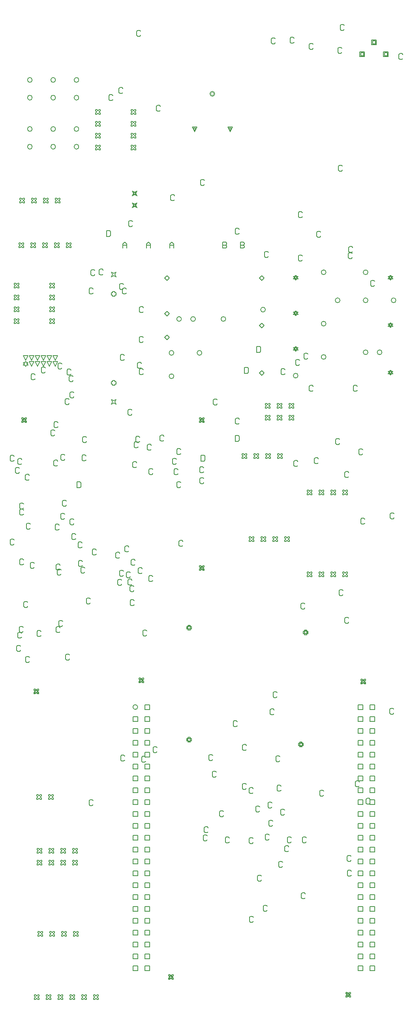
<source format=gbr>
G04 Layer_Color=2752767*
%FSLAX26Y26*%
%MOIN*%
%TF.FileFunction,Drawing*%
%TF.Part,Single*%
G01*
G75*
%TA.AperFunction,NonConductor*%
%ADD180C,0.005000*%
%ADD181C,0.006667*%
%ADD182C,0.004000*%
D180*
X989748Y-2962567D02*
X989748Y-2922567D01*
X1029748Y-2922567D01*
X1029748Y-2962567D01*
X989748Y-2962567D01*
X989748Y-3062567D02*
X989748Y-3022567D01*
X1029748Y-3022567D01*
X1029748Y-3062567D01*
X989748Y-3062567D01*
X989748Y-3162567D02*
X989748Y-3122567D01*
X1029748Y-3122567D01*
X1029748Y-3162567D01*
X989748Y-3162567D01*
X989748Y-3262567D02*
X989748Y-3222567D01*
X1029748Y-3222567D01*
X1029748Y-3262567D01*
X989748Y-3262567D01*
X989748Y-3362567D02*
X989748Y-3322567D01*
X1029748Y-3322567D01*
X1029748Y-3362567D01*
X989748Y-3362567D01*
X989748Y-3462567D02*
X989748Y-3422567D01*
X1029748Y-3422567D01*
X1029748Y-3462567D01*
X989748Y-3462567D01*
X989748Y-3562567D02*
X989748Y-3522567D01*
X1029748Y-3522567D01*
X1029748Y-3562567D01*
X989748Y-3562567D01*
X989748Y-3662567D02*
X989748Y-3622567D01*
X1029748Y-3622567D01*
X1029748Y-3662567D01*
X989748Y-3662567D01*
X989748Y-3762567D02*
X989748Y-3722567D01*
X1029748Y-3722567D01*
X1029748Y-3762567D01*
X989748Y-3762567D01*
X989748Y-3862567D02*
X989748Y-3822567D01*
X1029748Y-3822567D01*
X1029748Y-3862567D01*
X989748Y-3862567D01*
X989748Y-3962567D02*
X989748Y-3922567D01*
X1029748Y-3922567D01*
X1029748Y-3962567D01*
X989748Y-3962567D01*
X989748Y-4062567D02*
X989748Y-4022567D01*
X1029748Y-4022567D01*
X1029748Y-4062567D01*
X989748Y-4062567D01*
X989748Y-4162567D02*
X989748Y-4122567D01*
X1029748Y-4122567D01*
X1029748Y-4162567D01*
X989748Y-4162567D01*
X989748Y-4262567D02*
X989748Y-4222567D01*
X1029748Y-4222567D01*
X1029748Y-4262567D01*
X989748Y-4262567D01*
X989748Y-4362567D02*
X989748Y-4322567D01*
X1029748Y-4322567D01*
X1029748Y-4362567D01*
X989748Y-4362567D01*
X989748Y-4462567D02*
X989748Y-4422567D01*
X1029748Y-4422567D01*
X1029748Y-4462567D01*
X989748Y-4462567D01*
X989748Y-4562567D02*
X989748Y-4522567D01*
X1029748Y-4522567D01*
X1029748Y-4562567D01*
X989748Y-4562567D01*
X989748Y-4662567D02*
X989748Y-4622567D01*
X1029748Y-4622567D01*
X1029748Y-4662567D01*
X989748Y-4662567D01*
X989748Y-4762567D02*
X989748Y-4722567D01*
X1029748Y-4722567D01*
X1029748Y-4762567D01*
X989748Y-4762567D01*
X989748Y-4862567D02*
X989748Y-4822567D01*
X1029748Y-4822567D01*
X1029748Y-4862567D01*
X989748Y-4862567D01*
X989748Y-4962567D02*
X989748Y-4922567D01*
X1029748Y-4922567D01*
X1029748Y-4962567D01*
X989748Y-4962567D01*
X989748Y-5062567D02*
X989748Y-5022567D01*
X1029748Y-5022567D01*
X1029748Y-5062567D01*
X989748Y-5062567D01*
X989748Y-5162567D02*
X989748Y-5122567D01*
X1029748Y-5122567D01*
X1029748Y-5162567D01*
X989748Y-5162567D01*
X889748Y-3062567D02*
X889748Y-3022567D01*
X929748Y-3022567D01*
X929748Y-3062567D01*
X889748Y-3062567D01*
X889748Y-3162567D02*
X889748Y-3122567D01*
X929748Y-3122567D01*
X929748Y-3162567D01*
X889748Y-3162567D01*
X889748Y-3262567D02*
X889748Y-3222567D01*
X929748Y-3222567D01*
X929748Y-3262567D01*
X889748Y-3262567D01*
X889748Y-3362567D02*
X889748Y-3322567D01*
X929748Y-3322567D01*
X929748Y-3362567D01*
X889748Y-3362567D01*
X889748Y-3462567D02*
X889748Y-3422567D01*
X929748Y-3422567D01*
X929748Y-3462567D01*
X889748Y-3462567D01*
X889748Y-3562567D02*
X889748Y-3522567D01*
X929748Y-3522567D01*
X929748Y-3562567D01*
X889748Y-3562567D01*
X889748Y-3662567D02*
X889748Y-3622567D01*
X929748Y-3622567D01*
X929748Y-3662567D01*
X889748Y-3662567D01*
X889748Y-3762567D02*
X889748Y-3722567D01*
X929748Y-3722567D01*
X929748Y-3762567D01*
X889748Y-3762567D01*
X889748Y-3862567D02*
X889748Y-3822567D01*
X929748Y-3822567D01*
X929748Y-3862567D01*
X889748Y-3862567D01*
X889748Y-3962567D02*
X889748Y-3922567D01*
X929748Y-3922567D01*
X929748Y-3962567D01*
X889748Y-3962567D01*
X889748Y-4062567D02*
X889748Y-4022567D01*
X929748Y-4022567D01*
X929748Y-4062567D01*
X889748Y-4062567D01*
X889748Y-4162567D02*
X889748Y-4122567D01*
X929748Y-4122567D01*
X929748Y-4162567D01*
X889748Y-4162567D01*
X889748Y-4262567D02*
X889748Y-4222567D01*
X929748Y-4222567D01*
X929748Y-4262567D01*
X889748Y-4262567D01*
X889748Y-4362567D02*
X889748Y-4322567D01*
X929748Y-4322567D01*
X929748Y-4362567D01*
X889748Y-4362567D01*
X889748Y-4462567D02*
X889748Y-4422567D01*
X929748Y-4422567D01*
X929748Y-4462567D01*
X889748Y-4462567D01*
X889748Y-4562567D02*
X889748Y-4522567D01*
X929748Y-4522567D01*
X929748Y-4562567D01*
X889748Y-4562567D01*
X889748Y-4662567D02*
X889748Y-4622567D01*
X929748Y-4622567D01*
X929748Y-4662567D01*
X889748Y-4662567D01*
X889748Y-4762567D02*
X889748Y-4722567D01*
X929748Y-4722567D01*
X929748Y-4762567D01*
X889748Y-4762567D01*
X889748Y-4862567D02*
X889748Y-4822567D01*
X929748Y-4822567D01*
X929748Y-4862567D01*
X889748Y-4862567D01*
X889748Y-4962567D02*
X889748Y-4922567D01*
X929748Y-4922567D01*
X929748Y-4962567D01*
X889748Y-4962567D01*
X889748Y-5062567D02*
X889748Y-5022567D01*
X929748Y-5022567D01*
X929748Y-5062567D01*
X889748Y-5062567D01*
X889748Y-5162567D02*
X889748Y-5122567D01*
X929748Y-5122567D01*
X929748Y-5162567D01*
X889748Y-5162567D01*
X2789748Y-2962567D02*
X2789748Y-2922567D01*
X2829748Y-2922567D01*
X2829748Y-2962567D01*
X2789748Y-2962567D01*
X2889748Y-2962567D02*
X2889748Y-2922567D01*
X2929748Y-2922567D01*
X2929748Y-2962567D01*
X2889748Y-2962567D01*
X2889748Y-3062567D02*
X2889748Y-3022567D01*
X2929748Y-3022567D01*
X2929748Y-3062567D01*
X2889748Y-3062567D01*
X2889748Y-3162567D02*
X2889748Y-3122567D01*
X2929748Y-3122567D01*
X2929748Y-3162567D01*
X2889748Y-3162567D01*
X2889748Y-3262567D02*
X2889748Y-3222567D01*
X2929748Y-3222567D01*
X2929748Y-3262567D01*
X2889748Y-3262567D01*
X2889748Y-3362567D02*
X2889748Y-3322567D01*
X2929748Y-3322567D01*
X2929748Y-3362567D01*
X2889748Y-3362567D01*
X2889748Y-3462567D02*
X2889748Y-3422567D01*
X2929748Y-3422567D01*
X2929748Y-3462567D01*
X2889748Y-3462567D01*
X2889748Y-3562567D02*
X2889748Y-3522567D01*
X2929748Y-3522567D01*
X2929748Y-3562567D01*
X2889748Y-3562567D01*
X2889748Y-3662567D02*
X2889748Y-3622567D01*
X2929748Y-3622567D01*
X2929748Y-3662567D01*
X2889748Y-3662567D01*
X2889748Y-3762567D02*
X2889748Y-3722567D01*
X2929748Y-3722567D01*
X2929748Y-3762567D01*
X2889748Y-3762567D01*
X2889748Y-3862567D02*
X2889748Y-3822567D01*
X2929748Y-3822567D01*
X2929748Y-3862567D01*
X2889748Y-3862567D01*
X2889748Y-3962567D02*
X2889748Y-3922567D01*
X2929748Y-3922567D01*
X2929748Y-3962567D01*
X2889748Y-3962567D01*
X2889748Y-4062567D02*
X2889748Y-4022567D01*
X2929748Y-4022567D01*
X2929748Y-4062567D01*
X2889748Y-4062567D01*
X2889748Y-4162567D02*
X2889748Y-4122567D01*
X2929748Y-4122567D01*
X2929748Y-4162567D01*
X2889748Y-4162567D01*
X2889748Y-4262567D02*
X2889748Y-4222567D01*
X2929748Y-4222567D01*
X2929748Y-4262567D01*
X2889748Y-4262567D01*
X2889748Y-4362567D02*
X2889748Y-4322567D01*
X2929748Y-4322567D01*
X2929748Y-4362567D01*
X2889748Y-4362567D01*
X2889748Y-4462567D02*
X2889748Y-4422567D01*
X2929748Y-4422567D01*
X2929748Y-4462567D01*
X2889748Y-4462567D01*
X2889748Y-4562567D02*
X2889748Y-4522567D01*
X2929748Y-4522567D01*
X2929748Y-4562567D01*
X2889748Y-4562567D01*
X2889748Y-4662567D02*
X2889748Y-4622567D01*
X2929748Y-4622567D01*
X2929748Y-4662567D01*
X2889748Y-4662567D01*
X2889748Y-4762567D02*
X2889748Y-4722567D01*
X2929748Y-4722567D01*
X2929748Y-4762567D01*
X2889748Y-4762567D01*
X2889748Y-4862567D02*
X2889748Y-4822567D01*
X2929748Y-4822567D01*
X2929748Y-4862567D01*
X2889748Y-4862567D01*
X2889748Y-4962567D02*
X2889748Y-4922567D01*
X2929748Y-4922567D01*
X2929748Y-4962567D01*
X2889748Y-4962567D01*
X2889748Y-5062567D02*
X2889748Y-5022567D01*
X2929748Y-5022567D01*
X2929748Y-5062567D01*
X2889748Y-5062567D01*
X2889748Y-5162567D02*
X2889748Y-5122567D01*
X2929748Y-5122567D01*
X2929748Y-5162567D01*
X2889748Y-5162567D01*
X2789748Y-3062567D02*
X2789748Y-3022567D01*
X2829748Y-3022567D01*
X2829748Y-3062567D01*
X2789748Y-3062567D01*
X2789748Y-3162567D02*
X2789748Y-3122567D01*
X2829748Y-3122567D01*
X2829748Y-3162567D01*
X2789748Y-3162567D01*
X2789748Y-3262567D02*
X2789748Y-3222567D01*
X2829748Y-3222567D01*
X2829748Y-3262567D01*
X2789748Y-3262567D01*
X2789748Y-3362567D02*
X2789748Y-3322567D01*
X2829748Y-3322567D01*
X2829748Y-3362567D01*
X2789748Y-3362567D01*
X2789748Y-3462567D02*
X2789748Y-3422567D01*
X2829748Y-3422567D01*
X2829748Y-3462567D01*
X2789748Y-3462567D01*
X2789748Y-3562567D02*
X2789748Y-3522567D01*
X2829748Y-3522567D01*
X2829748Y-3562567D01*
X2789748Y-3562567D01*
X2789748Y-3662567D02*
X2789748Y-3622567D01*
X2829748Y-3622567D01*
X2829748Y-3662567D01*
X2789748Y-3662567D01*
X2789748Y-3762567D02*
X2789748Y-3722567D01*
X2829748Y-3722567D01*
X2829748Y-3762567D01*
X2789748Y-3762567D01*
X2789748Y-3862567D02*
X2789748Y-3822567D01*
X2829748Y-3822567D01*
X2829748Y-3862567D01*
X2789748Y-3862567D01*
X2789748Y-3962567D02*
X2789748Y-3922567D01*
X2829748Y-3922567D01*
X2829748Y-3962567D01*
X2789748Y-3962567D01*
X2789748Y-4062567D02*
X2789748Y-4022567D01*
X2829748Y-4022567D01*
X2829748Y-4062567D01*
X2789748Y-4062567D01*
X2789748Y-4162567D02*
X2789748Y-4122567D01*
X2829748Y-4122567D01*
X2829748Y-4162567D01*
X2789748Y-4162567D01*
X2789748Y-4262567D02*
X2789748Y-4222567D01*
X2829748Y-4222567D01*
X2829748Y-4262567D01*
X2789748Y-4262567D01*
X2789748Y-4362567D02*
X2789748Y-4322567D01*
X2829748Y-4322567D01*
X2829748Y-4362567D01*
X2789748Y-4362567D01*
X2789748Y-4462567D02*
X2789748Y-4422567D01*
X2829748Y-4422567D01*
X2829748Y-4462567D01*
X2789748Y-4462567D01*
X2789748Y-4562567D02*
X2789748Y-4522567D01*
X2829748Y-4522567D01*
X2829748Y-4562567D01*
X2789748Y-4562567D01*
X2789748Y-4662567D02*
X2789748Y-4622567D01*
X2829748Y-4622567D01*
X2829748Y-4662567D01*
X2789748Y-4662567D01*
X2789748Y-4762567D02*
X2789748Y-4722567D01*
X2829748Y-4722567D01*
X2829748Y-4762567D01*
X2789748Y-4762567D01*
X2789748Y-4862567D02*
X2789748Y-4822567D01*
X2829748Y-4822567D01*
X2829748Y-4862567D01*
X2789748Y-4862567D01*
X2789748Y-4962567D02*
X2789748Y-4922567D01*
X2829748Y-4922567D01*
X2829748Y-4962567D01*
X2789748Y-4962567D01*
X2789748Y-5062567D02*
X2789748Y-5022567D01*
X2829748Y-5022567D01*
X2829748Y-5062567D01*
X2789748Y-5062567D01*
X2789748Y-5162567D02*
X2789748Y-5122567D01*
X2829748Y-5122567D01*
X2829748Y-5162567D01*
X2789748Y-5162567D01*
X185000Y-70000D02*
X165000Y-30000D01*
X205000Y-30000D01*
X185000Y-70000D01*
X35000Y-70000D02*
X15000Y-30000D01*
X55000Y-30000D01*
X35000Y-70000D01*
X85000Y-70000D02*
X65000Y-30000D01*
X105000Y-30000D01*
X85000Y-70000D01*
X-15000Y-70000D02*
X-5000Y-60000D01*
X5000Y-60000D01*
X-5000Y-50000D01*
X5000Y-40000D01*
X-5000Y-40000D01*
X-15000Y-30000D01*
X-25000Y-40000D01*
X-35000Y-40000D01*
X-25000Y-50000D01*
X-35000Y-60000D01*
X-25000Y-60000D01*
X-15000Y-70000D01*
X135000Y-70000D02*
X115000Y-30000D01*
X155000Y-30000D01*
X135000Y-70000D01*
X235000Y-70000D02*
X215000Y-30000D01*
X255000Y-30000D01*
X235000Y-70000D01*
X-15000Y-20000D02*
X-35000Y20000D01*
X5000Y20000D01*
X-15000Y-20000D01*
X35000Y-20000D02*
X15000Y20000D01*
X55000Y20000D01*
X35000Y-20000D01*
X85000Y-20000D02*
X65000Y20000D01*
X105000Y20000D01*
X85000Y-20000D01*
X135000Y-20000D02*
X115000Y20000D01*
X155000Y20000D01*
X135000Y-20000D01*
X185000Y-20000D02*
X165000Y20000D01*
X205000Y20000D01*
X185000Y-20000D01*
X235000Y-20000D02*
X215000Y20000D01*
X255000Y20000D01*
X235000Y-20000D01*
X708346Y-390846D02*
X718346Y-370846D01*
X708346Y-350846D01*
X728346Y-360846D01*
X748346Y-350846D01*
X738346Y-370846D01*
X748346Y-390846D01*
X728346Y-380846D01*
X708346Y-390846D01*
X708346Y681554D02*
X718346Y701554D01*
X708346Y721554D01*
X728346Y711554D01*
X748346Y721554D01*
X738346Y701554D01*
X748346Y681554D01*
X728346Y691554D01*
X708346Y681554D01*
X718346Y529654D02*
X718346Y519654D01*
X738346Y519654D01*
X738346Y529654D01*
X748346Y529654D01*
X748346Y549654D01*
X738346Y549654D01*
X738346Y559654D01*
X718346Y559654D01*
X718346Y549654D01*
X708346Y549654D01*
X708346Y529654D01*
X718346Y529654D01*
X716746Y-218946D02*
X716746Y-228946D01*
X736746Y-228946D01*
X736746Y-218946D01*
X746746Y-218946D01*
X746746Y-198946D01*
X736746Y-198946D01*
X736746Y-188946D01*
X716746Y-188946D01*
X716746Y-198946D01*
X706746Y-198946D01*
X706746Y-218946D01*
X716746Y-218946D01*
X380197Y-4274134D02*
X390197Y-4274134D01*
X400197Y-4264134D01*
X410197Y-4274134D01*
X420197Y-4274134D01*
X420197Y-4264134D01*
X410197Y-4254134D01*
X420197Y-4244134D01*
X420197Y-4234134D01*
X410197Y-4234134D01*
X400197Y-4244134D01*
X390197Y-4234134D01*
X380197Y-4234134D01*
X380197Y-4244134D01*
X390197Y-4254134D01*
X380197Y-4264134D01*
X380197Y-4274134D01*
X280197Y-4274134D02*
X290197Y-4274134D01*
X300197Y-4264134D01*
X310197Y-4274134D01*
X320197Y-4274134D01*
X320197Y-4264134D01*
X310197Y-4254134D01*
X320197Y-4244134D01*
X320197Y-4234134D01*
X310197Y-4234134D01*
X300197Y-4244134D01*
X290197Y-4234134D01*
X280197Y-4234134D01*
X280197Y-4244134D01*
X290197Y-4254134D01*
X280197Y-4264134D01*
X280197Y-4274134D01*
X180197Y-4274134D02*
X190197Y-4274134D01*
X200197Y-4264134D01*
X210197Y-4274134D01*
X220197Y-4274134D01*
X220197Y-4264134D01*
X210197Y-4254134D01*
X220197Y-4244134D01*
X220197Y-4234134D01*
X210197Y-4234134D01*
X200197Y-4244134D01*
X190197Y-4234134D01*
X180197Y-4234134D01*
X180197Y-4244134D01*
X190197Y-4254134D01*
X180197Y-4264134D01*
X180197Y-4274134D01*
X80197Y-4274134D02*
X90197Y-4274134D01*
X100197Y-4264134D01*
X110197Y-4274134D01*
X120197Y-4274134D01*
X120197Y-4264134D01*
X110197Y-4254134D01*
X120197Y-4244134D01*
X120197Y-4234134D01*
X110197Y-4234134D01*
X100197Y-4244134D01*
X90197Y-4234134D01*
X80197Y-4234134D01*
X80197Y-4244134D01*
X90197Y-4254134D01*
X80197Y-4264134D01*
X80197Y-4274134D01*
X80197Y-4174134D02*
X90197Y-4174134D01*
X100197Y-4164134D01*
X110197Y-4174134D01*
X120197Y-4174134D01*
X120197Y-4164134D01*
X110197Y-4154134D01*
X120197Y-4144134D01*
X120197Y-4134134D01*
X110197Y-4134134D01*
X100197Y-4144134D01*
X90197Y-4134134D01*
X80197Y-4134134D01*
X80197Y-4144134D01*
X90197Y-4154134D01*
X80197Y-4164134D01*
X80197Y-4174134D01*
X180197Y-4174134D02*
X190197Y-4174134D01*
X200197Y-4164134D01*
X210197Y-4174134D01*
X220197Y-4174134D01*
X220197Y-4164134D01*
X210197Y-4154134D01*
X220197Y-4144134D01*
X220197Y-4134134D01*
X210197Y-4134134D01*
X200197Y-4144134D01*
X190197Y-4134134D01*
X180197Y-4134134D01*
X180197Y-4144134D01*
X190197Y-4154134D01*
X180197Y-4164134D01*
X180197Y-4174134D01*
X280197Y-4174134D02*
X290197Y-4174134D01*
X300197Y-4164134D01*
X310197Y-4174134D01*
X320197Y-4174134D01*
X320197Y-4164134D01*
X310197Y-4154134D01*
X320197Y-4144134D01*
X320197Y-4134134D01*
X310197Y-4134134D01*
X300197Y-4144134D01*
X290197Y-4134134D01*
X280197Y-4134134D01*
X280197Y-4144134D01*
X290197Y-4154134D01*
X280197Y-4164134D01*
X280197Y-4174134D01*
X380197Y-4174134D02*
X390197Y-4174134D01*
X400197Y-4164134D01*
X410197Y-4174134D01*
X420197Y-4174134D01*
X420197Y-4164134D01*
X410197Y-4154134D01*
X420197Y-4144134D01*
X420197Y-4134134D01*
X410197Y-4134134D01*
X400197Y-4144134D01*
X390197Y-4134134D01*
X380197Y-4134134D01*
X380197Y-4144134D01*
X390197Y-4154134D01*
X380197Y-4164134D01*
X380197Y-4174134D01*
X1958346Y273622D02*
X1978346Y293622D01*
X1998346Y273622D01*
X1978346Y253622D01*
X1958346Y273622D01*
X1158346Y673622D02*
X1178346Y693622D01*
X1198346Y673622D01*
X1178346Y653622D01*
X1158346Y673622D01*
X1158346Y373622D02*
X1178346Y393622D01*
X1198346Y373622D01*
X1178346Y353622D01*
X1158346Y373622D01*
X1158346Y173622D02*
X1178346Y193622D01*
X1198346Y173622D01*
X1178346Y153622D01*
X1158346Y173622D01*
X1958346Y673622D02*
X1978346Y693622D01*
X1998346Y673622D01*
X1978346Y653622D01*
X1958346Y673622D01*
X1958346Y-126378D02*
X1978346Y-106378D01*
X1998346Y-126378D01*
X1978346Y-146378D01*
X1958346Y-126378D01*
X2007559Y-523937D02*
X2017559Y-523937D01*
X2027559Y-513937D01*
X2037559Y-523937D01*
X2047559Y-523937D01*
X2047559Y-513937D01*
X2037559Y-503937D01*
X2047559Y-493937D01*
X2047559Y-483937D01*
X2037559Y-483937D01*
X2027559Y-493937D01*
X2017559Y-483937D01*
X2007559Y-483937D01*
X2007559Y-493937D01*
X2017559Y-503937D01*
X2007559Y-513937D01*
X2007559Y-523937D01*
X2107559Y-523937D02*
X2117559Y-523937D01*
X2127559Y-513937D01*
X2137559Y-523937D01*
X2147559Y-523937D01*
X2147559Y-513937D01*
X2137559Y-503937D01*
X2147559Y-493937D01*
X2147559Y-483937D01*
X2137559Y-483937D01*
X2127559Y-493937D01*
X2117559Y-483937D01*
X2107559Y-483937D01*
X2107559Y-493937D01*
X2117559Y-503937D01*
X2107559Y-513937D01*
X2107559Y-523937D01*
X2207559Y-523937D02*
X2217559Y-523937D01*
X2227559Y-513937D01*
X2237559Y-523937D01*
X2247559Y-523937D01*
X2247559Y-513937D01*
X2237559Y-503937D01*
X2247559Y-493937D01*
X2247559Y-483937D01*
X2237559Y-483937D01*
X2227559Y-493937D01*
X2217559Y-483937D01*
X2207559Y-483937D01*
X2207559Y-493937D01*
X2217559Y-503937D01*
X2207559Y-513937D01*
X2207559Y-523937D01*
X2207559Y-423937D02*
X2217559Y-423937D01*
X2227559Y-413937D01*
X2237559Y-423937D01*
X2247559Y-423937D01*
X2247559Y-413937D01*
X2237559Y-403937D01*
X2247559Y-393937D01*
X2247559Y-383937D01*
X2237559Y-383937D01*
X2227559Y-393937D01*
X2217559Y-383937D01*
X2207559Y-383937D01*
X2207559Y-393937D01*
X2217559Y-403937D01*
X2207559Y-413937D01*
X2207559Y-423937D01*
X2107559Y-423937D02*
X2117559Y-423937D01*
X2127559Y-413937D01*
X2137559Y-423937D01*
X2147559Y-423937D01*
X2147559Y-413937D01*
X2137559Y-403937D01*
X2147559Y-393937D01*
X2147559Y-383937D01*
X2137559Y-383937D01*
X2127559Y-393937D01*
X2117559Y-383937D01*
X2107559Y-383937D01*
X2107559Y-393937D01*
X2117559Y-403937D01*
X2107559Y-413937D01*
X2107559Y-423937D01*
X2007559Y-423937D02*
X2017559Y-423937D01*
X2027559Y-413937D01*
X2037559Y-423937D01*
X2047559Y-423937D01*
X2047559Y-413937D01*
X2037559Y-403937D01*
X2047559Y-393937D01*
X2047559Y-383937D01*
X2037559Y-383937D01*
X2027559Y-393937D01*
X2017559Y-383937D01*
X2007559Y-383937D01*
X2007559Y-393937D01*
X2017559Y-403937D01*
X2007559Y-413937D01*
X2007559Y-423937D01*
X2905378Y2639433D02*
X2905378Y2679433D01*
X2945378Y2679433D01*
X2945378Y2639433D01*
X2905378Y2639433D01*
X2913378Y2647433D02*
X2913378Y2671433D01*
X2937378Y2671433D01*
X2937378Y2647433D01*
X2913378Y2647433D01*
X3005378Y2539433D02*
X3005378Y2579433D01*
X3045378Y2579433D01*
X3045378Y2539433D01*
X3005378Y2539433D01*
X3013378Y2547433D02*
X3013378Y2571433D01*
X3037378Y2571433D01*
X3037378Y2547433D01*
X3013378Y2547433D01*
X2805378Y2539433D02*
X2805378Y2579433D01*
X2845378Y2579433D01*
X2845378Y2539433D01*
X2805378Y2539433D01*
X2813378Y2547433D02*
X2813378Y2571433D01*
X2837378Y2571433D01*
X2837378Y2547433D01*
X2813378Y2547433D01*
X1869764Y-1547559D02*
X1879764Y-1547559D01*
X1889764Y-1537559D01*
X1899764Y-1547559D01*
X1909764Y-1547559D01*
X1909764Y-1537559D01*
X1899764Y-1527559D01*
X1909764Y-1517559D01*
X1909764Y-1507559D01*
X1899764Y-1507559D01*
X1889764Y-1517559D01*
X1879764Y-1507559D01*
X1869764Y-1507559D01*
X1869764Y-1517559D01*
X1879764Y-1527559D01*
X1869764Y-1537559D01*
X1869764Y-1547559D01*
X1969764Y-1547559D02*
X1979764Y-1547559D01*
X1989764Y-1537559D01*
X1999764Y-1547559D01*
X2009764Y-1547559D01*
X2009764Y-1537559D01*
X1999764Y-1527559D01*
X2009764Y-1517559D01*
X2009764Y-1507559D01*
X1999764Y-1507559D01*
X1989764Y-1517559D01*
X1979764Y-1507559D01*
X1969764Y-1507559D01*
X1969764Y-1517559D01*
X1979764Y-1527559D01*
X1969764Y-1537559D01*
X1969764Y-1547559D01*
X2069764Y-1547559D02*
X2079764Y-1547559D01*
X2089764Y-1537559D01*
X2099764Y-1547559D01*
X2109764Y-1547559D01*
X2109764Y-1537559D01*
X2099764Y-1527559D01*
X2109764Y-1517559D01*
X2109764Y-1507559D01*
X2099764Y-1507559D01*
X2089764Y-1517559D01*
X2079764Y-1507559D01*
X2069764Y-1507559D01*
X2069764Y-1517559D01*
X2079764Y-1527559D01*
X2069764Y-1537559D01*
X2069764Y-1547559D01*
X2169764Y-1547559D02*
X2179764Y-1547559D01*
X2189764Y-1537559D01*
X2199764Y-1547559D01*
X2209764Y-1547559D01*
X2209764Y-1537559D01*
X2199764Y-1527559D01*
X2209764Y-1517559D01*
X2209764Y-1507559D01*
X2199764Y-1507559D01*
X2189764Y-1517559D01*
X2179764Y-1507559D01*
X2169764Y-1507559D01*
X2169764Y-1517559D01*
X2179764Y-1527559D01*
X2169764Y-1537559D01*
X2169764Y-1547559D01*
X1810709Y-848740D02*
X1820709Y-848740D01*
X1830709Y-838740D01*
X1840709Y-848740D01*
X1850709Y-848740D01*
X1850709Y-838740D01*
X1840709Y-828740D01*
X1850709Y-818740D01*
X1850709Y-808740D01*
X1840709Y-808740D01*
X1830709Y-818740D01*
X1820709Y-808740D01*
X1810709Y-808740D01*
X1810709Y-818740D01*
X1820709Y-828740D01*
X1810709Y-838740D01*
X1810709Y-848740D01*
X1910709Y-848740D02*
X1920709Y-848740D01*
X1930709Y-838740D01*
X1940709Y-848740D01*
X1950709Y-848740D01*
X1950709Y-838740D01*
X1940709Y-828740D01*
X1950709Y-818740D01*
X1950709Y-808740D01*
X1940709Y-808740D01*
X1930709Y-818740D01*
X1920709Y-808740D01*
X1910709Y-808740D01*
X1910709Y-818740D01*
X1920709Y-828740D01*
X1910709Y-838740D01*
X1910709Y-848740D01*
X2010709Y-848740D02*
X2020709Y-848740D01*
X2030709Y-838740D01*
X2040709Y-848740D01*
X2050709Y-848740D01*
X2050709Y-838740D01*
X2040709Y-828740D01*
X2050709Y-818740D01*
X2050709Y-808740D01*
X2040709Y-808740D01*
X2030709Y-818740D01*
X2020709Y-808740D01*
X2010709Y-808740D01*
X2010709Y-818740D01*
X2020709Y-828740D01*
X2010709Y-838740D01*
X2010709Y-848740D01*
X2110709Y-848740D02*
X2120709Y-848740D01*
X2130709Y-838740D01*
X2140709Y-848740D01*
X2150709Y-848740D01*
X2150709Y-838740D01*
X2140709Y-828740D01*
X2150709Y-818740D01*
X2150709Y-808740D01*
X2140709Y-808740D01*
X2130709Y-818740D01*
X2120709Y-808740D01*
X2110709Y-808740D01*
X2110709Y-818740D01*
X2120709Y-828740D01*
X2110709Y-838740D01*
X2110709Y-848740D01*
X2361890Y-1153858D02*
X2371890Y-1153858D01*
X2381890Y-1143858D01*
X2391890Y-1153858D01*
X2401890Y-1153858D01*
X2401890Y-1143858D01*
X2391890Y-1133858D01*
X2401890Y-1123858D01*
X2401890Y-1113858D01*
X2391890Y-1113858D01*
X2381890Y-1123858D01*
X2371890Y-1113858D01*
X2361890Y-1113858D01*
X2361890Y-1123858D01*
X2371890Y-1133858D01*
X2361890Y-1143858D01*
X2361890Y-1153858D01*
X2461890Y-1153858D02*
X2471890Y-1153858D01*
X2481890Y-1143858D01*
X2491890Y-1153858D01*
X2501890Y-1153858D01*
X2501890Y-1143858D01*
X2491890Y-1133858D01*
X2501890Y-1123858D01*
X2501890Y-1113858D01*
X2491890Y-1113858D01*
X2481890Y-1123858D01*
X2471890Y-1113858D01*
X2461890Y-1113858D01*
X2461890Y-1123858D01*
X2471890Y-1133858D01*
X2461890Y-1143858D01*
X2461890Y-1153858D01*
X2561890Y-1153858D02*
X2571890Y-1153858D01*
X2581890Y-1143858D01*
X2591890Y-1153858D01*
X2601890Y-1153858D01*
X2601890Y-1143858D01*
X2591890Y-1133858D01*
X2601890Y-1123858D01*
X2601890Y-1113858D01*
X2591890Y-1113858D01*
X2581890Y-1123858D01*
X2571890Y-1113858D01*
X2561890Y-1113858D01*
X2561890Y-1123858D01*
X2571890Y-1133858D01*
X2561890Y-1143858D01*
X2561890Y-1153858D01*
X2661890Y-1153858D02*
X2671890Y-1153858D01*
X2681890Y-1143858D01*
X2691890Y-1153858D01*
X2701890Y-1153858D01*
X2701890Y-1143858D01*
X2691890Y-1133858D01*
X2701890Y-1123858D01*
X2701890Y-1113858D01*
X2691890Y-1113858D01*
X2681890Y-1123858D01*
X2671890Y-1113858D01*
X2661890Y-1113858D01*
X2661890Y-1123858D01*
X2671890Y-1133858D01*
X2661890Y-1143858D01*
X2661890Y-1153858D01*
X235905Y1306772D02*
X245905Y1306772D01*
X255905Y1316772D01*
X265906Y1306772D01*
X275906Y1306772D01*
X275906Y1316772D01*
X265906Y1326772D01*
X275906Y1336772D01*
X275906Y1346772D01*
X265906Y1346772D01*
X255905Y1336772D01*
X245905Y1346772D01*
X235905Y1346772D01*
X235905Y1336772D01*
X245905Y1326772D01*
X235905Y1316772D01*
X235905Y1306772D01*
X135905Y1306772D02*
X145905Y1306772D01*
X155905Y1316772D01*
X165905Y1306772D01*
X175905Y1306772D01*
X175905Y1316772D01*
X165905Y1326772D01*
X175905Y1336772D01*
X175905Y1346772D01*
X165905Y1346772D01*
X155905Y1336772D01*
X145905Y1346772D01*
X135905Y1346772D01*
X135905Y1336772D01*
X145905Y1326772D01*
X135905Y1316772D01*
X135905Y1306772D01*
X35906Y1306772D02*
X45906Y1306772D01*
X55906Y1316772D01*
X65906Y1306772D01*
X75906Y1306772D01*
X75906Y1316772D01*
X65906Y1326772D01*
X75906Y1336772D01*
X75906Y1346772D01*
X65906Y1346772D01*
X55906Y1336772D01*
X45906Y1346772D01*
X35906Y1346772D01*
X35906Y1336772D01*
X45906Y1326772D01*
X35906Y1316772D01*
X35906Y1306772D01*
X-64094Y1306772D02*
X-54094Y1306772D01*
X-44094Y1316772D01*
X-34094Y1306772D01*
X-24095Y1306772D01*
X-24095Y1316772D01*
X-34094Y1326772D01*
X-24095Y1336772D01*
X-24095Y1346772D01*
X-34094Y1346772D01*
X-44094Y1336772D01*
X-54094Y1346772D01*
X-64094Y1346772D01*
X-64094Y1336772D01*
X-54094Y1326772D01*
X-64094Y1316772D01*
X-64094Y1306772D01*
X387677Y-4875315D02*
X397677Y-4875315D01*
X407677Y-4865315D01*
X417677Y-4875315D01*
X427677Y-4875315D01*
X427677Y-4865315D01*
X417677Y-4855315D01*
X427677Y-4845315D01*
X427677Y-4835315D01*
X417677Y-4835315D01*
X407677Y-4845315D01*
X397677Y-4835315D01*
X387677Y-4835315D01*
X387677Y-4845315D01*
X397677Y-4855315D01*
X387677Y-4865315D01*
X387677Y-4875315D01*
X287677Y-4875315D02*
X297677Y-4875315D01*
X307677Y-4865315D01*
X317677Y-4875315D01*
X327677Y-4875315D01*
X327677Y-4865315D01*
X317677Y-4855315D01*
X327677Y-4845315D01*
X327677Y-4835315D01*
X317677Y-4835315D01*
X307677Y-4845315D01*
X297677Y-4835315D01*
X287677Y-4835315D01*
X287677Y-4845315D01*
X297677Y-4855315D01*
X287677Y-4865315D01*
X287677Y-4875315D01*
X187677Y-4875315D02*
X197677Y-4875315D01*
X207677Y-4865315D01*
X217677Y-4875315D01*
X227677Y-4875315D01*
X227677Y-4865315D01*
X217677Y-4855315D01*
X227677Y-4845315D01*
X227677Y-4835315D01*
X217677Y-4835315D01*
X207677Y-4845315D01*
X197677Y-4835315D01*
X187677Y-4835315D01*
X187677Y-4845315D01*
X197677Y-4855315D01*
X187677Y-4865315D01*
X187677Y-4875315D01*
X87677Y-4875315D02*
X97677Y-4875315D01*
X107677Y-4865315D01*
X117677Y-4875315D01*
X127677Y-4875315D01*
X127677Y-4865315D01*
X117677Y-4855315D01*
X127677Y-4845315D01*
X127677Y-4835315D01*
X117677Y-4835315D01*
X107677Y-4845315D01*
X97677Y-4835315D01*
X87677Y-4835315D01*
X87677Y-4845315D01*
X97677Y-4855315D01*
X87677Y-4865315D01*
X87677Y-4875315D01*
X2361890Y-1842835D02*
X2371890Y-1842835D01*
X2381890Y-1832835D01*
X2391890Y-1842835D01*
X2401890Y-1842835D01*
X2401890Y-1832835D01*
X2391890Y-1822835D01*
X2401890Y-1812835D01*
X2401890Y-1802835D01*
X2391890Y-1802835D01*
X2381890Y-1812835D01*
X2371890Y-1802835D01*
X2361890Y-1802835D01*
X2361890Y-1812835D01*
X2371890Y-1822835D01*
X2361890Y-1832835D01*
X2361890Y-1842835D01*
X2461890Y-1842835D02*
X2471890Y-1842835D01*
X2481890Y-1832835D01*
X2491890Y-1842835D01*
X2501890Y-1842835D01*
X2501890Y-1832835D01*
X2491890Y-1822835D01*
X2501890Y-1812835D01*
X2501890Y-1802835D01*
X2491890Y-1802835D01*
X2481890Y-1812835D01*
X2471890Y-1802835D01*
X2461890Y-1802835D01*
X2461890Y-1812835D01*
X2471890Y-1822835D01*
X2461890Y-1832835D01*
X2461890Y-1842835D01*
X2561890Y-1842835D02*
X2571890Y-1842835D01*
X2581890Y-1832835D01*
X2591890Y-1842835D01*
X2601890Y-1842835D01*
X2601890Y-1832835D01*
X2591890Y-1822835D01*
X2601890Y-1812835D01*
X2601890Y-1802835D01*
X2591890Y-1802835D01*
X2581890Y-1812835D01*
X2571890Y-1802835D01*
X2561890Y-1802835D01*
X2561890Y-1812835D01*
X2571890Y-1822835D01*
X2561890Y-1832835D01*
X2561890Y-1842835D01*
X2661890Y-1842835D02*
X2671890Y-1842835D01*
X2681890Y-1832835D01*
X2691890Y-1842835D01*
X2701890Y-1842835D01*
X2701890Y-1832835D01*
X2691890Y-1822835D01*
X2701890Y-1812835D01*
X2701890Y-1802835D01*
X2691890Y-1802835D01*
X2681890Y-1812835D01*
X2671890Y-1802835D01*
X2661890Y-1802835D01*
X2661890Y-1812835D01*
X2671890Y-1822835D01*
X2661890Y-1832835D01*
X2661890Y-1842835D01*
X177441Y-3719410D02*
X187441Y-3719410D01*
X197441Y-3709410D01*
X207441Y-3719410D01*
X217441Y-3719410D01*
X217441Y-3709410D01*
X207441Y-3699410D01*
X217441Y-3689410D01*
X217441Y-3679410D01*
X207441Y-3679410D01*
X197441Y-3689410D01*
X187441Y-3679410D01*
X177441Y-3679410D01*
X177441Y-3689410D01*
X187441Y-3699410D01*
X177441Y-3709410D01*
X177441Y-3719410D01*
X77441Y-3719410D02*
X87441Y-3719410D01*
X97441Y-3709410D01*
X107441Y-3719410D01*
X117441Y-3719410D01*
X117441Y-3709410D01*
X107441Y-3699410D01*
X117441Y-3689410D01*
X117441Y-3679410D01*
X107441Y-3679410D01*
X97441Y-3689410D01*
X87441Y-3679410D01*
X77441Y-3679410D01*
X77441Y-3689410D01*
X87441Y-3699410D01*
X77441Y-3709410D01*
X77441Y-3719410D01*
X-72559Y930591D02*
X-62559Y930591D01*
X-52559Y940591D01*
X-42559Y930591D01*
X-32559Y930591D01*
X-32559Y940591D01*
X-42559Y950591D01*
X-32559Y960591D01*
X-32559Y970591D01*
X-42559Y970591D01*
X-52559Y960591D01*
X-62559Y970591D01*
X-72559Y970591D01*
X-72559Y960591D01*
X-62559Y950591D01*
X-72559Y940591D01*
X-72559Y930591D01*
X327441Y930591D02*
X337441Y930591D01*
X347441Y940591D01*
X357441Y930591D01*
X367441Y930591D01*
X367441Y940591D01*
X357441Y950591D01*
X367441Y960591D01*
X367441Y970591D01*
X357441Y970591D01*
X347441Y960591D01*
X337441Y970591D01*
X327441Y970591D01*
X327441Y960591D01*
X337441Y950591D01*
X327441Y940591D01*
X327441Y930591D01*
X227441Y930591D02*
X237441Y930591D01*
X247441Y940591D01*
X257441Y930591D01*
X267441Y930591D01*
X267441Y940591D01*
X257441Y950591D01*
X267441Y960591D01*
X267441Y970591D01*
X257441Y970591D01*
X247441Y960591D01*
X237441Y970591D01*
X227441Y970591D01*
X227441Y960591D01*
X237441Y950591D01*
X227441Y940591D01*
X227441Y930591D01*
X127441Y930591D02*
X137441Y930591D01*
X147441Y940591D01*
X157441Y930591D01*
X167441Y930591D01*
X167441Y940591D01*
X157441Y950591D01*
X167441Y960591D01*
X167441Y970591D01*
X157441Y970591D01*
X147441Y960591D01*
X137441Y970591D01*
X127441Y970591D01*
X127441Y960591D01*
X137441Y950591D01*
X127441Y940591D01*
X127441Y930591D01*
X27441Y930591D02*
X37441Y930591D01*
X47441Y940591D01*
X57441Y930591D01*
X67441Y930591D01*
X67441Y940591D01*
X57441Y950591D01*
X67441Y960591D01*
X67441Y970591D01*
X57441Y970591D01*
X47441Y960591D01*
X37441Y970591D01*
X27441Y970591D01*
X27441Y960591D01*
X37441Y950591D01*
X27441Y940591D01*
X27441Y930591D01*
X1710378Y1905433D02*
X1690378Y1945433D01*
X1730378Y1945433D01*
X1710378Y1905433D01*
X1710378Y1913433D02*
X1698378Y1937433D01*
X1722378Y1937433D01*
X1710378Y1913433D01*
X1410378Y1905433D02*
X1390378Y1945433D01*
X1430378Y1945433D01*
X1410378Y1905433D01*
X1410378Y1913433D02*
X1398378Y1937433D01*
X1422378Y1937433D01*
X1410378Y1913433D01*
X2263780Y357165D02*
X2273780Y367165D01*
X2283780Y367165D01*
X2273780Y377165D01*
X2283780Y387165D01*
X2273780Y387165D01*
X2263780Y397165D01*
X2253780Y387165D01*
X2243780Y387165D01*
X2253780Y377165D01*
X2243780Y367165D01*
X2253780Y367165D01*
X2263780Y357165D01*
X2263780Y365165D02*
X2269780Y371165D01*
X2275780Y371165D01*
X2269780Y377165D01*
X2275780Y383165D01*
X2269780Y383165D01*
X2263780Y389165D01*
X2257780Y383165D01*
X2251780Y383165D01*
X2257780Y377165D01*
X2251780Y371165D01*
X2257780Y371165D01*
X2263780Y365165D01*
X2263780Y57165D02*
X2273780Y67165D01*
X2283780Y67165D01*
X2273780Y77165D01*
X2283780Y87165D01*
X2273780Y87165D01*
X2263780Y97165D01*
X2253780Y87165D01*
X2243780Y87165D01*
X2253780Y77165D01*
X2243780Y67165D01*
X2253780Y67165D01*
X2263780Y57165D01*
X2263780Y65165D02*
X2269780Y71165D01*
X2275780Y71165D01*
X2269780Y77165D01*
X2275780Y83165D01*
X2269780Y83165D01*
X2263780Y89165D01*
X2257780Y83165D01*
X2251780Y83165D01*
X2257780Y77165D01*
X2251780Y71165D01*
X2257780Y71165D01*
X2263780Y65165D01*
X2263780Y657165D02*
X2273780Y667165D01*
X2283780Y667165D01*
X2273780Y677165D01*
X2283780Y687165D01*
X2273780Y687165D01*
X2263780Y697165D01*
X2253780Y687165D01*
X2243780Y687165D01*
X2253780Y677165D01*
X2243780Y667165D01*
X2253780Y667165D01*
X2263780Y657165D01*
X2263780Y665165D02*
X2269780Y671165D01*
X2275780Y671165D01*
X2269780Y677165D01*
X2275780Y683165D01*
X2269780Y683165D01*
X2263780Y689165D01*
X2257780Y683165D01*
X2251780Y683165D01*
X2257780Y677165D01*
X2251780Y671165D01*
X2257780Y671165D01*
X2263780Y665165D01*
X3063780Y-142835D02*
X3073780Y-132835D01*
X3083780Y-132835D01*
X3073780Y-122835D01*
X3083780Y-112835D01*
X3073780Y-112835D01*
X3063780Y-102835D01*
X3053780Y-112835D01*
X3043780Y-112835D01*
X3053780Y-122835D01*
X3043780Y-132835D01*
X3053780Y-132835D01*
X3063780Y-142835D01*
X3063780Y-134835D02*
X3069780Y-128835D01*
X3075780Y-128835D01*
X3069780Y-122835D01*
X3075780Y-116835D01*
X3069780Y-116835D01*
X3063780Y-110835D01*
X3057780Y-116835D01*
X3051780Y-116835D01*
X3057780Y-122835D01*
X3051780Y-128835D01*
X3057780Y-128835D01*
X3063780Y-134835D01*
X3063780Y257165D02*
X3073780Y267165D01*
X3083780Y267165D01*
X3073780Y277165D01*
X3083780Y287165D01*
X3073780Y287165D01*
X3063780Y297165D01*
X3053780Y287165D01*
X3043780Y287165D01*
X3053780Y277165D01*
X3043780Y267165D01*
X3053780Y267165D01*
X3063780Y257165D01*
X3063780Y265165D02*
X3069780Y271165D01*
X3075780Y271165D01*
X3069780Y277165D01*
X3075780Y283165D01*
X3069780Y283165D01*
X3063780Y289165D01*
X3057780Y283165D01*
X3051780Y283165D01*
X3057780Y277165D01*
X3051780Y271165D01*
X3057780Y271165D01*
X3063780Y265165D01*
X3063780Y657165D02*
X3073780Y667165D01*
X3083780Y667165D01*
X3073780Y677165D01*
X3083780Y687165D01*
X3073780Y687165D01*
X3063780Y697165D01*
X3053780Y687165D01*
X3043780Y687165D01*
X3053780Y677165D01*
X3043780Y667165D01*
X3053780Y667165D01*
X3063780Y657165D01*
X3063780Y665165D02*
X3069780Y671165D01*
X3075780Y671165D01*
X3069780Y677165D01*
X3075780Y683165D01*
X3069780Y683165D01*
X3063780Y689165D01*
X3057780Y683165D01*
X3051780Y683165D01*
X3057780Y677165D01*
X3051780Y671165D01*
X3057780Y671165D01*
X3063780Y665165D01*
X189058Y290039D02*
X199058Y290039D01*
X209058Y300039D01*
X219058Y290039D01*
X229058Y290039D01*
X229058Y300039D01*
X219058Y310039D01*
X229058Y320039D01*
X229058Y330039D01*
X219058Y330039D01*
X209058Y320039D01*
X199058Y330039D01*
X189058Y330039D01*
X189058Y320039D01*
X199058Y310039D01*
X189058Y300039D01*
X189058Y290039D01*
X189058Y390039D02*
X199058Y390039D01*
X209058Y400039D01*
X219058Y390039D01*
X229058Y390039D01*
X229058Y400039D01*
X219058Y410039D01*
X229058Y420039D01*
X229058Y430039D01*
X219058Y430039D01*
X209058Y420039D01*
X199058Y430039D01*
X189058Y430039D01*
X189058Y420039D01*
X199058Y410039D01*
X189058Y400039D01*
X189058Y390039D01*
X189058Y490039D02*
X199058Y490039D01*
X209058Y500039D01*
X219058Y490039D01*
X229058Y490039D01*
X229058Y500039D01*
X219058Y510039D01*
X229058Y520039D01*
X229058Y530039D01*
X219058Y530039D01*
X209058Y520039D01*
X199058Y530039D01*
X189058Y530039D01*
X189058Y520039D01*
X199058Y510039D01*
X189058Y500039D01*
X189058Y490039D01*
X189058Y590039D02*
X199058Y590039D01*
X209058Y600039D01*
X219058Y590039D01*
X229058Y590039D01*
X229058Y600039D01*
X219058Y610039D01*
X229058Y620039D01*
X229058Y630039D01*
X219058Y630039D01*
X209058Y620039D01*
X199058Y630039D01*
X189058Y630039D01*
X189058Y620039D01*
X199058Y610039D01*
X189058Y600039D01*
X189058Y590039D01*
X-110942Y290039D02*
X-100942Y290039D01*
X-90942Y300039D01*
X-80942Y290039D01*
X-70942Y290039D01*
X-70942Y300039D01*
X-80942Y310039D01*
X-70942Y320039D01*
X-70942Y330039D01*
X-80942Y330039D01*
X-90942Y320039D01*
X-100942Y330039D01*
X-110942Y330039D01*
X-110942Y320039D01*
X-100942Y310039D01*
X-110942Y300039D01*
X-110942Y290039D01*
X-110942Y390039D02*
X-100942Y390039D01*
X-90942Y400039D01*
X-80942Y390039D01*
X-70942Y390039D01*
X-70942Y400039D01*
X-80942Y410039D01*
X-70942Y420039D01*
X-70942Y430039D01*
X-80942Y430039D01*
X-90942Y420039D01*
X-100942Y430039D01*
X-110942Y430039D01*
X-110942Y420039D01*
X-100942Y410039D01*
X-110942Y400039D01*
X-110942Y390039D01*
X-110942Y490039D02*
X-100942Y490039D01*
X-90942Y500039D01*
X-80942Y490039D01*
X-70942Y490039D01*
X-70942Y500039D01*
X-80942Y510039D01*
X-70942Y520039D01*
X-70942Y530039D01*
X-80942Y530039D01*
X-90942Y520039D01*
X-100942Y530039D01*
X-110942Y530039D01*
X-110942Y520039D01*
X-100942Y510039D01*
X-110942Y500039D01*
X-110942Y490039D01*
X-110942Y590039D02*
X-100942Y590039D01*
X-90942Y600039D01*
X-80942Y590039D01*
X-70942Y590039D01*
X-70942Y600039D01*
X-80942Y610039D01*
X-70942Y620039D01*
X-70942Y630039D01*
X-80942Y630039D01*
X-90942Y620039D01*
X-100942Y630039D01*
X-110942Y630039D01*
X-110942Y620039D01*
X-100942Y610039D01*
X-110942Y600039D01*
X-110942Y590039D01*
X876064Y1753229D02*
X886064Y1753229D01*
X896064Y1763229D01*
X906064Y1753229D01*
X916064Y1753229D01*
X916064Y1763229D01*
X906064Y1773229D01*
X916064Y1783229D01*
X916064Y1793229D01*
X906064Y1793229D01*
X896064Y1783229D01*
X886064Y1793229D01*
X876064Y1793229D01*
X876064Y1783229D01*
X886064Y1773229D01*
X876064Y1763229D01*
X876064Y1753229D01*
X876064Y1853229D02*
X886064Y1853229D01*
X896064Y1863229D01*
X906064Y1853229D01*
X916064Y1853229D01*
X916064Y1863229D01*
X906064Y1873229D01*
X916064Y1883229D01*
X916064Y1893229D01*
X906064Y1893229D01*
X896064Y1883229D01*
X886064Y1893229D01*
X876064Y1893229D01*
X876064Y1883229D01*
X886064Y1873229D01*
X876064Y1863229D01*
X876064Y1853229D01*
X876064Y1953229D02*
X886064Y1953229D01*
X896064Y1963229D01*
X906064Y1953229D01*
X916064Y1953229D01*
X916064Y1963229D01*
X906064Y1973229D01*
X916064Y1983229D01*
X916064Y1993229D01*
X906064Y1993229D01*
X896064Y1983229D01*
X886064Y1993229D01*
X876064Y1993229D01*
X876064Y1983229D01*
X886064Y1973229D01*
X876064Y1963229D01*
X876064Y1953229D01*
X876064Y2053229D02*
X886064Y2053229D01*
X896064Y2063229D01*
X906064Y2053229D01*
X916064Y2053229D01*
X916064Y2063229D01*
X906064Y2073229D01*
X916064Y2083229D01*
X916064Y2093229D01*
X906064Y2093229D01*
X896064Y2083229D01*
X886064Y2093229D01*
X876064Y2093229D01*
X876064Y2083229D01*
X886064Y2073229D01*
X876064Y2063229D01*
X876064Y2053229D01*
X576064Y1753229D02*
X586064Y1753229D01*
X596064Y1763229D01*
X606064Y1753229D01*
X616064Y1753229D01*
X616064Y1763229D01*
X606064Y1773229D01*
X616064Y1783229D01*
X616064Y1793229D01*
X606064Y1793229D01*
X596064Y1783229D01*
X586064Y1793229D01*
X576064Y1793229D01*
X576064Y1783229D01*
X586064Y1773229D01*
X576064Y1763229D01*
X576064Y1753229D01*
X576064Y1853229D02*
X586064Y1853229D01*
X596064Y1863229D01*
X606064Y1853229D01*
X616064Y1853229D01*
X616064Y1863229D01*
X606064Y1873229D01*
X616064Y1883229D01*
X616064Y1893229D01*
X606064Y1893229D01*
X596064Y1883229D01*
X586064Y1893229D01*
X576064Y1893229D01*
X576064Y1883229D01*
X586064Y1873229D01*
X576064Y1863229D01*
X576064Y1853229D01*
X576064Y1953229D02*
X586064Y1953229D01*
X596064Y1963229D01*
X606064Y1953229D01*
X616064Y1953229D01*
X616064Y1963229D01*
X606064Y1973229D01*
X616064Y1983229D01*
X616064Y1993229D01*
X606064Y1993229D01*
X596064Y1983229D01*
X586064Y1993229D01*
X576064Y1993229D01*
X576064Y1983229D01*
X586064Y1973229D01*
X576064Y1963229D01*
X576064Y1953229D01*
X576064Y2053229D02*
X586064Y2053229D01*
X596064Y2063229D01*
X606064Y2053229D01*
X616064Y2053229D01*
X616064Y2063229D01*
X606064Y2073229D01*
X616064Y2083229D01*
X616064Y2093229D01*
X606064Y2093229D01*
X596064Y2083229D01*
X586064Y2093229D01*
X576064Y2093229D01*
X576064Y2083229D01*
X586064Y2073229D01*
X576064Y2063229D01*
X576064Y2053229D01*
X883542Y1266613D02*
X893542Y1286613D01*
X883542Y1306613D01*
X903542Y1296613D01*
X923542Y1306613D01*
X913542Y1286613D01*
X923542Y1266613D01*
X903542Y1276613D01*
X883542Y1266613D01*
X891542Y1274613D02*
X897542Y1286613D01*
X891542Y1298613D01*
X903542Y1292613D01*
X915542Y1298613D01*
X909542Y1286613D01*
X915542Y1274613D01*
X903542Y1280613D01*
X891542Y1274613D01*
X883542Y1366613D02*
X893542Y1386613D01*
X883542Y1406613D01*
X903542Y1396613D01*
X923542Y1406613D01*
X913542Y1386613D01*
X923542Y1366613D01*
X903542Y1376613D01*
X883542Y1366613D01*
X891542Y1374613D02*
X897542Y1386613D01*
X891542Y1398613D01*
X903542Y1392613D01*
X915542Y1398613D01*
X909542Y1386613D01*
X915542Y1374613D01*
X903542Y1380613D01*
X891542Y1374613D01*
X558738Y-5405827D02*
X568738Y-5405827D01*
X578738Y-5395827D01*
X588738Y-5405827D01*
X598738Y-5405827D01*
X598738Y-5395827D01*
X588738Y-5385827D01*
X598738Y-5375827D01*
X598738Y-5365827D01*
X588738Y-5365827D01*
X578738Y-5375827D01*
X568738Y-5365827D01*
X558738Y-5365827D01*
X558738Y-5375827D01*
X568738Y-5385827D01*
X558738Y-5395827D01*
X558738Y-5405827D01*
X458738Y-5405827D02*
X468738Y-5405827D01*
X478738Y-5395827D01*
X488738Y-5405827D01*
X498738Y-5405827D01*
X498738Y-5395827D01*
X488738Y-5385827D01*
X498738Y-5375827D01*
X498738Y-5365827D01*
X488738Y-5365827D01*
X478738Y-5375827D01*
X468738Y-5365827D01*
X458738Y-5365827D01*
X458738Y-5375827D01*
X468738Y-5385827D01*
X458738Y-5395827D01*
X458738Y-5405827D01*
X358738Y-5405827D02*
X368738Y-5405827D01*
X378738Y-5395827D01*
X388738Y-5405827D01*
X398738Y-5405827D01*
X398738Y-5395827D01*
X388738Y-5385827D01*
X398738Y-5375827D01*
X398738Y-5365827D01*
X388738Y-5365827D01*
X378738Y-5375827D01*
X368738Y-5365827D01*
X358738Y-5365827D01*
X358738Y-5375827D01*
X368738Y-5385827D01*
X358738Y-5395827D01*
X358738Y-5405827D01*
X258738Y-5405827D02*
X268738Y-5405827D01*
X278738Y-5395827D01*
X288738Y-5405827D01*
X298738Y-5405827D01*
X298738Y-5395827D01*
X288738Y-5385827D01*
X298738Y-5375827D01*
X298738Y-5365827D01*
X288738Y-5365827D01*
X278738Y-5375827D01*
X268738Y-5365827D01*
X258738Y-5365827D01*
X258738Y-5375827D01*
X268738Y-5385827D01*
X258738Y-5395827D01*
X258738Y-5405827D01*
X158738Y-5405827D02*
X168738Y-5405827D01*
X178738Y-5395827D01*
X188738Y-5405827D01*
X198738Y-5405827D01*
X198738Y-5395827D01*
X188738Y-5385827D01*
X198738Y-5375827D01*
X198738Y-5365827D01*
X188738Y-5365827D01*
X178738Y-5375827D01*
X168738Y-5365827D01*
X158738Y-5365827D01*
X158738Y-5375827D01*
X168738Y-5385827D01*
X158738Y-5395827D01*
X158738Y-5405827D01*
X58738Y-5405827D02*
X68738Y-5405827D01*
X78738Y-5395827D01*
X88738Y-5405827D01*
X98738Y-5405827D01*
X98738Y-5395827D01*
X88738Y-5385827D01*
X98738Y-5375827D01*
X98738Y-5365827D01*
X88738Y-5365827D01*
X78738Y-5375827D01*
X68738Y-5365827D01*
X58738Y-5365827D01*
X58738Y-5375827D01*
X68738Y-5385827D01*
X58738Y-5395827D01*
X58738Y-5405827D01*
X2298960Y-3267527D02*
X2298960Y-3277527D01*
X2318960Y-3277527D01*
X2318960Y-3267527D01*
X2328960Y-3267527D01*
X2328960Y-3247527D01*
X2318960Y-3247527D01*
X2318960Y-3237527D01*
X2298960Y-3237527D01*
X2298960Y-3247527D01*
X2288960Y-3247527D01*
X2288960Y-3267527D01*
X2298960Y-3267527D01*
X2302960Y-3263527D02*
X2302960Y-3269527D01*
X2314960Y-3269527D01*
X2314960Y-3263527D01*
X2320960Y-3263527D01*
X2320960Y-3251527D01*
X2314960Y-3251527D01*
X2314960Y-3245527D01*
X2302960Y-3245527D01*
X2302960Y-3251527D01*
X2296960Y-3251527D01*
X2296960Y-3263527D01*
X2302960Y-3263527D01*
X2338330Y-2322645D02*
X2338330Y-2332645D01*
X2358330Y-2332645D01*
X2358330Y-2322645D01*
X2368330Y-2322645D01*
X2368330Y-2302645D01*
X2358330Y-2302645D01*
X2358330Y-2292645D01*
X2338330Y-2292645D01*
X2338330Y-2302645D01*
X2328330Y-2302645D01*
X2328330Y-2322645D01*
X2338330Y-2322645D01*
X2342330Y-2318645D02*
X2342330Y-2324645D01*
X2354330Y-2324645D01*
X2354330Y-2318645D01*
X2360330Y-2318645D01*
X2360330Y-2306645D01*
X2354330Y-2306645D01*
X2354330Y-2300645D01*
X2342330Y-2300645D01*
X2342330Y-2306645D01*
X2336330Y-2306645D01*
X2336330Y-2318645D01*
X2342330Y-2318645D01*
X1354078Y-2283275D02*
X1354078Y-2293275D01*
X1374078Y-2293275D01*
X1374078Y-2283275D01*
X1384078Y-2283275D01*
X1384078Y-2263275D01*
X1374078Y-2263275D01*
X1374078Y-2253275D01*
X1354078Y-2253275D01*
X1354078Y-2263275D01*
X1344078Y-2263275D01*
X1344078Y-2283275D01*
X1354078Y-2283275D01*
X1358078Y-2279275D02*
X1358078Y-2285275D01*
X1370078Y-2285275D01*
X1370078Y-2279275D01*
X1376078Y-2279275D01*
X1376078Y-2267275D01*
X1370078Y-2267275D01*
X1370078Y-2261275D01*
X1358078Y-2261275D01*
X1358078Y-2267275D01*
X1352078Y-2267275D01*
X1352078Y-2279275D01*
X1358078Y-2279275D01*
X1354078Y-3228157D02*
X1354078Y-3238157D01*
X1374078Y-3238157D01*
X1374078Y-3228157D01*
X1384078Y-3228157D01*
X1384078Y-3208157D01*
X1374078Y-3208157D01*
X1374078Y-3198157D01*
X1354078Y-3198157D01*
X1354078Y-3208157D01*
X1344078Y-3208157D01*
X1344078Y-3228157D01*
X1354078Y-3228157D01*
X1358078Y-3224157D02*
X1358078Y-3230157D01*
X1370078Y-3230157D01*
X1370078Y-3224157D01*
X1376078Y-3224157D01*
X1376078Y-3212157D01*
X1370078Y-3212157D01*
X1370078Y-3206157D01*
X1358078Y-3206157D01*
X1358078Y-3212157D01*
X1352078Y-3212157D01*
X1352078Y-3224157D01*
X1358078Y-3224157D01*
X1189748Y-5237567D02*
X1199748Y-5237567D01*
X1209748Y-5227567D01*
X1219748Y-5237567D01*
X1229748Y-5237567D01*
X1229748Y-5227567D01*
X1219748Y-5217567D01*
X1229748Y-5207567D01*
X1229748Y-5197567D01*
X1219748Y-5197567D01*
X1209748Y-5207567D01*
X1199748Y-5197567D01*
X1189748Y-5197567D01*
X1189748Y-5207567D01*
X1199748Y-5217567D01*
X1189748Y-5227567D01*
X1189748Y-5237567D01*
X1197748Y-5229567D02*
X1203748Y-5229567D01*
X1209748Y-5223567D01*
X1215748Y-5229567D01*
X1221748Y-5229567D01*
X1221748Y-5223567D01*
X1215748Y-5217567D01*
X1221748Y-5211567D01*
X1221748Y-5205567D01*
X1215748Y-5205567D01*
X1209748Y-5211567D01*
X1203748Y-5205567D01*
X1197748Y-5205567D01*
X1197748Y-5211567D01*
X1203748Y-5217567D01*
X1197748Y-5223567D01*
X1197748Y-5229567D01*
X2686694Y-5386141D02*
X2696694Y-5386141D01*
X2706694Y-5376141D01*
X2716694Y-5386141D01*
X2726694Y-5386141D01*
X2726694Y-5376141D01*
X2716694Y-5366141D01*
X2726694Y-5356141D01*
X2726694Y-5346141D01*
X2716694Y-5346141D01*
X2706694Y-5356141D01*
X2696694Y-5346141D01*
X2686694Y-5346141D01*
X2686694Y-5356141D01*
X2696694Y-5366141D01*
X2686694Y-5376141D01*
X2686694Y-5386141D01*
X2694694Y-5378141D02*
X2700694Y-5378141D01*
X2706694Y-5372141D01*
X2712694Y-5378141D01*
X2718694Y-5378141D01*
X2718694Y-5372141D01*
X2712694Y-5366141D01*
X2718694Y-5360141D01*
X2718694Y-5354141D01*
X2712694Y-5354141D01*
X2706694Y-5360141D01*
X2700694Y-5354141D01*
X2694694Y-5354141D01*
X2694694Y-5360141D01*
X2700694Y-5366141D01*
X2694694Y-5372141D01*
X2694694Y-5378141D01*
X2814646Y-2748347D02*
X2824646Y-2748347D01*
X2834646Y-2738347D01*
X2844646Y-2748347D01*
X2854646Y-2748347D01*
X2854646Y-2738347D01*
X2844646Y-2728347D01*
X2854646Y-2718347D01*
X2854646Y-2708347D01*
X2844646Y-2708347D01*
X2834646Y-2718347D01*
X2824646Y-2708347D01*
X2814646Y-2708347D01*
X2814646Y-2718347D01*
X2824646Y-2728347D01*
X2814646Y-2738347D01*
X2814646Y-2748347D01*
X2822646Y-2740347D02*
X2828646Y-2740347D01*
X2834646Y-2734347D01*
X2840646Y-2740347D01*
X2846646Y-2740347D01*
X2846646Y-2734347D01*
X2840646Y-2728347D01*
X2846646Y-2722347D01*
X2846646Y-2716347D01*
X2840646Y-2716347D01*
X2834646Y-2722347D01*
X2828646Y-2716347D01*
X2822646Y-2716347D01*
X2822646Y-2722347D01*
X2828646Y-2728347D01*
X2822646Y-2734347D01*
X2822646Y-2740347D01*
X939748Y-2737567D02*
X949748Y-2737567D01*
X959748Y-2727567D01*
X969748Y-2737567D01*
X979748Y-2737567D01*
X979748Y-2727567D01*
X969748Y-2717567D01*
X979748Y-2707567D01*
X979748Y-2697567D01*
X969748Y-2697567D01*
X959748Y-2707567D01*
X949748Y-2697567D01*
X939748Y-2697567D01*
X939748Y-2707567D01*
X949748Y-2717567D01*
X939748Y-2727567D01*
X939748Y-2737567D01*
X947748Y-2729567D02*
X953748Y-2729567D01*
X959748Y-2723567D01*
X965748Y-2729567D01*
X971748Y-2729567D01*
X971748Y-2723567D01*
X965748Y-2717567D01*
X971748Y-2711567D01*
X971748Y-2705567D01*
X965748Y-2705567D01*
X959748Y-2711567D01*
X953748Y-2705567D01*
X947748Y-2705567D01*
X947748Y-2711567D01*
X953748Y-2717567D01*
X947748Y-2723567D01*
X947748Y-2729567D01*
X-47558Y-544409D02*
X-37558Y-544409D01*
X-27558Y-534409D01*
X-17558Y-544409D01*
X-7558Y-544409D01*
X-7558Y-534409D01*
X-17558Y-524409D01*
X-7558Y-514409D01*
X-7558Y-504409D01*
X-17558Y-504409D01*
X-27558Y-514409D01*
X-37558Y-504409D01*
X-47558Y-504409D01*
X-47558Y-514409D01*
X-37558Y-524409D01*
X-47558Y-534409D01*
X-47558Y-544409D01*
X-39558Y-536409D02*
X-33558Y-536409D01*
X-27558Y-530409D01*
X-21558Y-536409D01*
X-15558Y-536409D01*
X-15558Y-530409D01*
X-21558Y-524409D01*
X-15558Y-518409D01*
X-15558Y-512409D01*
X-21558Y-512409D01*
X-27558Y-518409D01*
X-33558Y-512409D01*
X-39558Y-512409D01*
X-39558Y-518409D01*
X-33558Y-524409D01*
X-39558Y-530409D01*
X-39558Y-536409D01*
X54804Y-2831023D02*
X64804Y-2831023D01*
X74804Y-2821023D01*
X84804Y-2831023D01*
X94804Y-2831023D01*
X94804Y-2821023D01*
X84804Y-2811023D01*
X94804Y-2801023D01*
X94804Y-2791023D01*
X84804Y-2791023D01*
X74804Y-2801023D01*
X64804Y-2791023D01*
X54804Y-2791023D01*
X54804Y-2801023D01*
X64804Y-2811023D01*
X54804Y-2821023D01*
X54804Y-2831023D01*
X62804Y-2823023D02*
X68804Y-2823023D01*
X74804Y-2817023D01*
X80804Y-2823023D01*
X86804Y-2823023D01*
X86804Y-2817023D01*
X80804Y-2811023D01*
X86804Y-2805023D01*
X86804Y-2799023D01*
X80804Y-2799023D01*
X74804Y-2805023D01*
X68804Y-2799023D01*
X62804Y-2799023D01*
X62804Y-2805023D01*
X68804Y-2811023D01*
X62804Y-2817023D01*
X62804Y-2823023D01*
X1452442Y-1791653D02*
X1462442Y-1791653D01*
X1472442Y-1781653D01*
X1482442Y-1791653D01*
X1492442Y-1791653D01*
X1492442Y-1781653D01*
X1482442Y-1771653D01*
X1492442Y-1761653D01*
X1492442Y-1751653D01*
X1482442Y-1751653D01*
X1472442Y-1761653D01*
X1462442Y-1751653D01*
X1452442Y-1751653D01*
X1452442Y-1761653D01*
X1462442Y-1771653D01*
X1452442Y-1781653D01*
X1452442Y-1791653D01*
X1460442Y-1783653D02*
X1466442Y-1783653D01*
X1472442Y-1777653D01*
X1478442Y-1783653D01*
X1484442Y-1783653D01*
X1484442Y-1777653D01*
X1478442Y-1771653D01*
X1484442Y-1765653D01*
X1484442Y-1759653D01*
X1478442Y-1759653D01*
X1472442Y-1765653D01*
X1466442Y-1759653D01*
X1460442Y-1759653D01*
X1460442Y-1765653D01*
X1466442Y-1771653D01*
X1460442Y-1777653D01*
X1460442Y-1783653D01*
X1452442Y-544409D02*
X1462442Y-544409D01*
X1472442Y-534409D01*
X1482442Y-544409D01*
X1492442Y-544409D01*
X1492442Y-534409D01*
X1482442Y-524409D01*
X1492442Y-514409D01*
X1492442Y-504409D01*
X1482442Y-504409D01*
X1472442Y-514409D01*
X1462442Y-504409D01*
X1452442Y-504409D01*
X1452442Y-514409D01*
X1462442Y-524409D01*
X1452442Y-534409D01*
X1452442Y-544409D01*
X1460442Y-536409D02*
X1466442Y-536409D01*
X1472442Y-530409D01*
X1478442Y-536409D01*
X1484442Y-536409D01*
X1484442Y-530409D01*
X1478442Y-524409D01*
X1484442Y-518409D01*
X1484442Y-512409D01*
X1478442Y-512409D01*
X1472442Y-518409D01*
X1466442Y-512409D01*
X1460442Y-512409D01*
X1460442Y-518409D01*
X1466442Y-524409D01*
X1460442Y-530409D01*
X1460442Y-536409D01*
X1003740Y925591D02*
X1003740Y958914D01*
X1020401Y975575D01*
X1037062Y958914D01*
X1037062Y925591D01*
X1037062Y950583D01*
X1003740Y950583D01*
X805314Y925591D02*
X805314Y958914D01*
X821975Y975575D01*
X838636Y958914D01*
X838636Y925591D01*
X838636Y950583D01*
X805314Y950583D01*
X1648622Y975575D02*
X1648622Y925591D01*
X1673614Y925591D01*
X1681945Y933922D01*
X1681945Y942252D01*
X1673614Y950583D01*
X1648622Y950583D01*
X1673614Y950583D01*
X1681945Y958914D01*
X1681945Y967244D01*
X1673614Y975575D01*
X1648622Y975575D01*
X1797440Y975575D02*
X1797440Y925591D01*
X1822432Y925591D01*
X1830763Y933922D01*
X1830763Y942252D01*
X1822432Y950583D01*
X1797440Y950583D01*
X1822432Y950583D01*
X1830763Y958914D01*
X1830763Y967244D01*
X1822432Y975575D01*
X1797440Y975575D01*
X1202164Y925591D02*
X1202164Y958914D01*
X1218825Y975575D01*
X1235486Y958914D01*
X1235486Y925591D01*
X1235486Y950583D01*
X1202164Y950583D01*
X63323Y-142347D02*
X54992Y-134016D01*
X38331Y-134016D01*
X30000Y-142347D01*
X30000Y-175669D01*
X38331Y-184000D01*
X54992Y-184000D01*
X63323Y-175669D01*
X569335Y735016D02*
X561004Y743347D01*
X544342Y743347D01*
X536012Y735016D01*
X536012Y701694D01*
X544342Y693363D01*
X561004Y693363D01*
X569335Y701694D01*
X638335Y740016D02*
X630004Y748347D01*
X613342Y748347D01*
X605012Y740016D01*
X605012Y706694D01*
X613342Y698363D01*
X630004Y698363D01*
X638335Y706694D01*
X976701Y172086D02*
X968370Y180417D01*
X951708Y180417D01*
X943378Y172086D01*
X943378Y138764D01*
X951708Y130433D01*
X968370Y130433D01*
X976701Y138764D01*
X2673666Y2801776D02*
X2665336Y2810107D01*
X2648675Y2810107D01*
X2640344Y2801776D01*
X2640344Y2768454D01*
X2648675Y2760123D01*
X2665336Y2760123D01*
X2673666Y2768454D01*
X391334Y-1363984D02*
X383004Y-1355653D01*
X366342Y-1355653D01*
X358012Y-1363984D01*
X358012Y-1397306D01*
X366342Y-1405637D01*
X383004Y-1405637D01*
X391334Y-1397306D01*
X1256334Y-853984D02*
X1248004Y-845653D01*
X1231342Y-845653D01*
X1223012Y-853984D01*
X1223012Y-887306D01*
X1231342Y-895637D01*
X1248004Y-895637D01*
X1256334Y-887306D01*
X816335Y21016D02*
X808004Y29347D01*
X791342Y29347D01*
X783012Y21016D01*
X783012Y-12306D01*
X791342Y-20637D01*
X808004Y-20637D01*
X816335Y-12306D01*
X2033071Y889086D02*
X2024740Y897417D01*
X2008079Y897417D01*
X1999748Y889086D01*
X1999748Y855764D01*
X2008079Y847433D01*
X2024740Y847433D01*
X2033071Y855764D01*
X2320700Y858086D02*
X2312370Y866417D01*
X2295709Y866417D01*
X2287378Y858086D01*
X2287378Y824764D01*
X2295709Y816433D01*
X2312370Y816433D01*
X2320700Y824764D01*
X392200Y-294414D02*
X383870Y-286083D01*
X367209Y-286083D01*
X358878Y-294414D01*
X358878Y-327736D01*
X367209Y-336067D01*
X383870Y-336067D01*
X392200Y-327736D01*
X297700Y-2222126D02*
X289370Y-2213795D01*
X272709Y-2213795D01*
X264378Y-2222126D01*
X264378Y-2255448D01*
X272709Y-2263779D01*
X289370Y-2263779D01*
X297700Y-2255448D01*
X283700Y-1787914D02*
X275370Y-1779583D01*
X258709Y-1779583D01*
X250378Y-1787914D01*
X250378Y-1821236D01*
X258709Y-1829567D01*
X275370Y-1829567D01*
X283700Y-1821236D01*
X2892700Y-3718914D02*
X2884370Y-3710583D01*
X2867709Y-3710583D01*
X2859378Y-3718914D01*
X2859378Y-3752236D01*
X2867709Y-3760567D01*
X2884370Y-3760567D01*
X2892700Y-3752236D01*
X-113299Y-828914D02*
X-121630Y-820583D01*
X-138292Y-820583D01*
X-146622Y-828914D01*
X-146622Y-862236D01*
X-138292Y-870567D01*
X-121630Y-870567D01*
X-113299Y-862236D01*
X1563700Y-3350914D02*
X1555370Y-3342583D01*
X1538708Y-3342583D01*
X1530378Y-3350914D01*
X1530378Y-3384236D01*
X1538708Y-3392567D01*
X1555370Y-3392567D01*
X1563700Y-3384236D01*
X-113299Y-1534914D02*
X-121630Y-1526583D01*
X-138292Y-1526583D01*
X-146622Y-1534914D01*
X-146622Y-1568236D01*
X-138292Y-1576567D01*
X-121630Y-1576567D01*
X-113299Y-1568236D01*
X867968Y-1810710D02*
X859638Y-1802379D01*
X842976Y-1802379D01*
X834646Y-1810710D01*
X834646Y-1844032D01*
X842976Y-1852363D01*
X859638Y-1852363D01*
X867968Y-1844032D01*
X908701Y-1705914D02*
X900370Y-1697583D01*
X883708Y-1697583D01*
X875378Y-1705914D01*
X875378Y-1739236D01*
X883708Y-1747567D01*
X900370Y-1747567D01*
X908701Y-1739236D01*
X810701Y-1797914D02*
X802370Y-1789583D01*
X785708Y-1789583D01*
X777378Y-1797914D01*
X777378Y-1831236D01*
X785708Y-1839567D01*
X802370Y-1839567D01*
X810701Y-1831236D01*
X-33608Y-1231970D02*
X-41938Y-1223639D01*
X-58599Y-1223639D01*
X-66930Y-1231970D01*
X-66930Y-1265292D01*
X-58599Y-1273623D01*
X-41938Y-1273623D01*
X-33608Y-1265292D01*
X2063700Y-3750914D02*
X2055370Y-3742583D01*
X2038708Y-3742583D01*
X2030378Y-3750914D01*
X2030378Y-3784236D01*
X2038708Y-3792567D01*
X2055370Y-3792567D01*
X2063700Y-3784236D01*
X2664070Y-1961914D02*
X2655740Y-1953583D01*
X2639079Y-1953583D01*
X2630748Y-1961914D01*
X2630748Y-1995236D01*
X2639079Y-2003567D01*
X2655740Y-2003567D01*
X2664070Y-1995236D01*
X529701Y-2031914D02*
X521370Y-2023583D01*
X504709Y-2023583D01*
X496378Y-2031914D01*
X496378Y-2065236D01*
X504709Y-2073567D01*
X521370Y-2073567D01*
X529701Y-2065236D01*
X1151700Y-658914D02*
X1143370Y-650583D01*
X1126708Y-650583D01*
X1118378Y-658914D01*
X1118378Y-692236D01*
X1126708Y-700567D01*
X1143370Y-700567D01*
X1151700Y-692236D01*
X3091700Y-2960914D02*
X3083370Y-2952583D01*
X3066709Y-2952583D01*
X3058378Y-2960914D01*
X3058378Y-2994236D01*
X3066709Y-3002567D01*
X3083370Y-3002567D01*
X3091700Y-2994236D01*
X2082700Y-2966914D02*
X2074370Y-2958583D01*
X2057709Y-2958583D01*
X2049378Y-2966914D01*
X2049378Y-3000236D01*
X2057709Y-3008567D01*
X2074370Y-3008567D01*
X2082700Y-3000236D01*
X2635700Y-687914D02*
X2627370Y-679583D01*
X2610709Y-679583D01*
X2602378Y-687914D01*
X2602378Y-721236D01*
X2610709Y-729567D01*
X2627370Y-729567D01*
X2635700Y-721236D01*
X-33608Y-1283150D02*
X-41938Y-1274819D01*
X-58599Y-1274819D01*
X-66930Y-1283150D01*
X-66930Y-1316472D01*
X-58599Y-1324803D01*
X-41938Y-1324803D01*
X-33608Y-1316472D01*
X882701Y-441914D02*
X874370Y-433583D01*
X857708Y-433583D01*
X849378Y-441914D01*
X849378Y-475236D01*
X857708Y-483567D01*
X874370Y-483567D01*
X882701Y-475236D01*
X1269543Y-942598D02*
X1261212Y-934267D01*
X1244551Y-934267D01*
X1236220Y-942598D01*
X1236220Y-975920D01*
X1244551Y-984251D01*
X1261212Y-984251D01*
X1269543Y-975920D01*
X1488700Y-1017914D02*
X1480370Y-1009583D01*
X1463708Y-1009583D01*
X1455378Y-1017914D01*
X1455378Y-1051236D01*
X1463708Y-1059567D01*
X1480370Y-1059567D01*
X1488700Y-1051236D01*
X2366700Y31298D02*
X2358370Y39629D01*
X2341709Y39629D01*
X2333378Y31298D01*
X2333378Y-2024D01*
X2341709Y-10355D01*
X2358370Y-10355D01*
X2366700Y-2024D01*
X1293165Y-773308D02*
X1284834Y-764977D01*
X1268172Y-764977D01*
X1259842Y-773308D01*
X1259842Y-806630D01*
X1268172Y-814961D01*
X1284834Y-814961D01*
X1293165Y-806630D01*
X2106700Y-2820914D02*
X2098370Y-2812583D01*
X2081709Y-2812583D01*
X2073378Y-2820914D01*
X2073378Y-2854236D01*
X2081709Y-2862567D01*
X2098370Y-2862567D01*
X2106700Y-2854236D01*
X1093700Y-3284914D02*
X1085370Y-3276583D01*
X1068708Y-3276583D01*
X1060378Y-3284914D01*
X1060378Y-3318236D01*
X1068708Y-3326567D01*
X1085370Y-3326567D01*
X1093700Y-3318236D01*
X886701Y1148086D02*
X878370Y1156417D01*
X861708Y1156417D01*
X853378Y1148086D01*
X853378Y1114764D01*
X861708Y1106433D01*
X878370Y1106433D01*
X886701Y1114764D01*
X497890Y-670946D02*
X489560Y-662615D01*
X472899Y-662615D01*
X464568Y-670946D01*
X464568Y-704268D01*
X472899Y-712599D01*
X489560Y-712599D01*
X497890Y-704268D01*
X2829885Y-775026D02*
X2821554Y-766695D01*
X2804892Y-766695D01*
X2796562Y-775026D01*
X2796562Y-808348D01*
X2804892Y-816679D01*
X2821554Y-816679D01*
X2829885Y-808348D01*
X2653700Y2608086D02*
X2645370Y2616417D01*
X2628709Y2616417D01*
X2620378Y2608086D01*
X2620378Y2574764D01*
X2628709Y2566433D01*
X2645370Y2566433D01*
X2653700Y2574764D01*
X553009Y581024D02*
X544678Y589355D01*
X528016Y589355D01*
X519686Y581024D01*
X519686Y547702D01*
X528016Y539371D01*
X544678Y539371D01*
X553009Y547702D01*
X978205Y423542D02*
X969874Y431873D01*
X953212Y431873D01*
X944882Y423542D01*
X944882Y390220D01*
X953212Y381889D01*
X969874Y381889D01*
X978205Y390220D01*
X2345724Y-4516890D02*
X2337394Y-4508559D01*
X2320733Y-4508559D01*
X2312402Y-4516890D01*
X2312402Y-4550212D01*
X2320733Y-4558543D01*
X2337394Y-4558543D01*
X2345724Y-4550212D01*
X2023119Y-4620914D02*
X2014788Y-4612583D01*
X1998127Y-4612583D01*
X1989796Y-4620914D01*
X1989796Y-4654236D01*
X1998127Y-4662567D01*
X2014788Y-4662567D01*
X2023119Y-4654236D01*
X899465Y-1928820D02*
X891134Y-1920489D01*
X874472Y-1920489D01*
X866142Y-1928820D01*
X866142Y-1962142D01*
X874472Y-1970473D01*
X891134Y-1970473D01*
X899465Y-1962142D01*
X1770071Y-3065914D02*
X1761740Y-3057583D01*
X1745079Y-3057583D01*
X1736748Y-3065914D01*
X1736748Y-3099236D01*
X1745079Y-3107567D01*
X1761740Y-3107567D01*
X1770071Y-3099236D01*
X1849071Y-3266914D02*
X1840740Y-3258583D01*
X1824079Y-3258583D01*
X1815748Y-3266914D01*
X1815748Y-3300236D01*
X1824079Y-3308567D01*
X1840740Y-3308567D01*
X1849071Y-3300236D01*
X1525448Y-3960316D02*
X1517118Y-3951985D01*
X1500457Y-3951985D01*
X1492126Y-3960316D01*
X1492126Y-3993638D01*
X1500457Y-4001969D01*
X1517118Y-4001969D01*
X1525448Y-3993638D01*
X580071Y-1619914D02*
X571740Y-1611583D01*
X555078Y-1611583D01*
X546748Y-1619914D01*
X546748Y-1653236D01*
X555078Y-1661567D01*
X571740Y-1661567D01*
X580071Y-1653236D01*
X969071Y-1776914D02*
X960740Y-1768583D01*
X944078Y-1768583D01*
X935748Y-1776914D01*
X935748Y-1810236D01*
X944078Y-1818567D01*
X960740Y-1818567D01*
X969071Y-1810236D01*
X276070Y-1746914D02*
X267740Y-1738583D01*
X251078Y-1738583D01*
X242748Y-1746914D01*
X242748Y-1780236D01*
X251078Y-1788567D01*
X267740Y-1788567D01*
X276070Y-1780236D01*
X329070Y-1207914D02*
X320740Y-1199583D01*
X304079Y-1199583D01*
X295748Y-1207914D01*
X295748Y-1241236D01*
X304079Y-1249567D01*
X320740Y-1249567D01*
X329070Y-1241236D01*
X113070Y-2305914D02*
X104740Y-2297583D01*
X88079Y-2297583D01*
X79748Y-2305914D01*
X79748Y-2339236D01*
X88079Y-2347567D01*
X104740Y-2347567D01*
X113070Y-2339236D01*
X-36929Y-2270914D02*
X-45260Y-2262583D01*
X-61922Y-2262583D01*
X-70252Y-2270914D01*
X-70252Y-2304236D01*
X-61922Y-2312567D01*
X-45260Y-2312567D01*
X-36929Y-2304236D01*
X151071Y-83914D02*
X142740Y-75583D01*
X126079Y-75583D01*
X117748Y-83914D01*
X117748Y-117236D01*
X126079Y-125567D01*
X142740Y-125567D01*
X151071Y-117236D01*
X954582Y2752282D02*
X946252Y2760613D01*
X929591Y2760613D01*
X921260Y2752282D01*
X921260Y2718960D01*
X929591Y2710629D01*
X946252Y2710629D01*
X954582Y2718960D01*
X1601700Y-353914D02*
X1593370Y-345583D01*
X1576708Y-345583D01*
X1568378Y-353914D01*
X1568378Y-387236D01*
X1576708Y-395567D01*
X1593370Y-395567D01*
X1601700Y-387236D01*
X2281354Y-873702D02*
X2273024Y-865371D01*
X2256363Y-865371D01*
X2248032Y-873702D01*
X2248032Y-907024D01*
X2256363Y-915355D01*
X2273024Y-915355D01*
X2281354Y-907024D01*
X2745070Y931086D02*
X2736740Y939417D01*
X2720079Y939417D01*
X2711748Y931086D01*
X2711748Y897764D01*
X2720079Y889433D01*
X2736740Y889433D01*
X2745070Y897764D01*
X2659307Y1614488D02*
X2650976Y1622819D01*
X2634314Y1622819D01*
X2625984Y1614488D01*
X2625984Y1581166D01*
X2634314Y1572835D01*
X2650976Y1572835D01*
X2659307Y1581166D01*
X2929700Y645086D02*
X2921370Y653417D01*
X2904709Y653417D01*
X2896378Y645086D01*
X2896378Y611764D01*
X2904709Y603433D01*
X2921370Y603433D01*
X2929700Y611764D01*
X1907700Y-4714252D02*
X1899370Y-4705921D01*
X1882708Y-4705921D01*
X1874378Y-4714252D01*
X1874378Y-4747574D01*
X1882708Y-4755905D01*
X1899370Y-4755905D01*
X1907700Y-4747574D01*
X1905071Y-4050914D02*
X1896740Y-4042583D01*
X1880079Y-4042583D01*
X1871748Y-4050914D01*
X1871748Y-4084236D01*
X1880079Y-4092567D01*
X1896740Y-4092567D01*
X1905071Y-4084236D01*
X2139622Y-3609922D02*
X2131292Y-3601591D01*
X2114631Y-3601591D01*
X2106300Y-3609922D01*
X2106300Y-3643244D01*
X2114631Y-3651575D01*
X2131292Y-3651575D01*
X2139622Y-3643244D01*
X796119Y-1874686D02*
X787788Y-1866355D01*
X771126Y-1866355D01*
X762796Y-1874686D01*
X762796Y-1908008D01*
X771126Y-1916339D01*
X787788Y-1916339D01*
X796119Y-1908008D01*
X24070Y-1401914D02*
X15740Y-1393583D01*
X-921Y-1393583D01*
X-9252Y-1401914D01*
X-9252Y-1435236D01*
X-921Y-1443567D01*
X15740Y-1443567D01*
X24070Y-1435236D01*
X275070Y-2272914D02*
X266740Y-2264583D01*
X250078Y-2264583D01*
X241748Y-2272914D01*
X241748Y-2306236D01*
X250078Y-2314567D01*
X266740Y-2314567D01*
X275070Y-2306236D01*
X2171119Y-3810710D02*
X2162788Y-3802379D01*
X2146126Y-3802379D01*
X2137796Y-3810710D01*
X2137796Y-3844032D01*
X2146126Y-3852363D01*
X2162788Y-3852363D01*
X2171119Y-3844032D01*
X1704071Y-4045914D02*
X1695740Y-4037583D01*
X1679079Y-4037583D01*
X1670748Y-4045914D01*
X1670748Y-4079236D01*
X1679079Y-4087567D01*
X1695740Y-4087567D01*
X1704071Y-4079236D01*
X1517574Y-4027244D02*
X1509244Y-4018913D01*
X1492582Y-4018913D01*
X1484252Y-4027244D01*
X1484252Y-4060566D01*
X1492582Y-4068897D01*
X1509244Y-4068897D01*
X1517574Y-4060566D01*
X406748Y-1490510D02*
X398418Y-1482179D01*
X381757Y-1482179D01*
X373426Y-1490510D01*
X373426Y-1523832D01*
X381757Y-1532163D01*
X398418Y-1532163D01*
X406748Y-1523832D01*
X1311700Y-1546914D02*
X1303370Y-1538583D01*
X1286708Y-1538583D01*
X1278378Y-1546914D01*
X1278378Y-1580236D01*
X1286708Y-1588567D01*
X1303370Y-1588567D01*
X1311700Y-1580236D01*
X856071Y-1592914D02*
X847740Y-1584583D01*
X831078Y-1584583D01*
X822748Y-1592914D01*
X822748Y-1626236D01*
X831078Y-1634567D01*
X847740Y-1634567D01*
X856071Y-1626236D01*
X778071Y-1646914D02*
X769740Y-1638583D01*
X753078Y-1638583D01*
X744748Y-1646914D01*
X744748Y-1680236D01*
X753078Y-1688567D01*
X769740Y-1688567D01*
X778071Y-1680236D01*
X719701Y2211086D02*
X711370Y2219417D01*
X694708Y2219417D01*
X686378Y2211086D01*
X686378Y2177764D01*
X694708Y2169433D01*
X711370Y2169433D01*
X719701Y2177764D01*
X997701Y-3365914D02*
X989370Y-3357583D01*
X972708Y-3357583D01*
X964378Y-3365914D01*
X964378Y-3399236D01*
X972708Y-3407567D01*
X989370Y-3407567D01*
X997701Y-3399236D01*
X1594344Y-3491914D02*
X1586014Y-3483583D01*
X1569352Y-3483583D01*
X1561022Y-3491914D01*
X1561022Y-3525236D01*
X1569352Y-3533567D01*
X1586014Y-3533567D01*
X1594344Y-3525236D01*
X1827Y-2060710D02*
X-6504Y-2052379D01*
X-23166Y-2052379D01*
X-31496Y-2060710D01*
X-31496Y-2094032D01*
X-23166Y-2102363D01*
X-6504Y-2102363D01*
X1827Y-2094032D01*
X484070Y-1771914D02*
X475740Y-1763583D01*
X459079Y-1763583D01*
X450748Y-1771914D01*
X450748Y-1805236D01*
X459079Y-1813567D01*
X475740Y-1813567D01*
X484070Y-1805236D01*
X1974700Y-4367914D02*
X1966370Y-4359583D01*
X1949708Y-4359583D01*
X1941378Y-4367914D01*
X1941378Y-4401236D01*
X1949708Y-4409567D01*
X1966370Y-4409567D01*
X1974700Y-4401236D01*
X2153403Y-4251656D02*
X2145072Y-4243325D01*
X2128410Y-4243325D01*
X2120080Y-4251656D01*
X2120080Y-4284978D01*
X2128410Y-4293309D01*
X2145072Y-4293309D01*
X2153403Y-4284978D01*
X2092378Y2689290D02*
X2084048Y2697621D01*
X2067387Y2697621D01*
X2059056Y2689290D01*
X2059056Y2655968D01*
X2067387Y2647637D01*
X2084048Y2647637D01*
X2092378Y2655968D01*
X2783070Y-238914D02*
X2774740Y-230583D01*
X2758079Y-230583D01*
X2749748Y-238914D01*
X2749748Y-272236D01*
X2758079Y-280567D01*
X2774740Y-280567D01*
X2783070Y-272236D01*
X2249858Y2693228D02*
X2241528Y2701559D01*
X2224867Y2701559D01*
X2216536Y2693228D01*
X2216536Y2659906D01*
X2224867Y2651575D01*
X2241528Y2651575D01*
X2249858Y2659906D01*
X2174070Y-99914D02*
X2165740Y-91583D01*
X2149079Y-91583D01*
X2140748Y-99914D01*
X2140748Y-133236D01*
X2149079Y-141567D01*
X2165740Y-141567D01*
X2174070Y-133236D01*
X2412070Y2642086D02*
X2403740Y2650417D01*
X2387079Y2650417D01*
X2378748Y2642086D01*
X2378748Y2608764D01*
X2387079Y2600433D01*
X2403740Y2600433D01*
X2412070Y2608764D01*
X2412070Y-239914D02*
X2403740Y-231583D01*
X2387079Y-231583D01*
X2378748Y-239914D01*
X2378748Y-273236D01*
X2387079Y-281567D01*
X2403740Y-281567D01*
X2412070Y-273236D01*
X3094700Y-1314646D02*
X3086370Y-1306315D01*
X3069709Y-1306315D01*
X3061378Y-1314646D01*
X3061378Y-1347968D01*
X3069709Y-1356299D01*
X3086370Y-1356299D01*
X3094700Y-1347968D01*
X3168700Y2557086D02*
X3160370Y2565417D01*
X3143709Y2565417D01*
X3135378Y2557086D01*
X3135378Y2523764D01*
X3143709Y2515433D01*
X3160370Y2515433D01*
X3168700Y2523764D01*
X1241700Y1366684D02*
X1233370Y1375015D01*
X1216708Y1375015D01*
X1208378Y1366684D01*
X1208378Y1333362D01*
X1216708Y1325031D01*
X1233370Y1325031D01*
X1241700Y1333362D01*
X354700Y-2504914D02*
X346370Y-2496583D01*
X329709Y-2496583D01*
X321378Y-2504914D01*
X321378Y-2538236D01*
X329709Y-2546567D01*
X346370Y-2546567D01*
X354700Y-2538236D01*
X2712700Y-2193914D02*
X2704370Y-2185583D01*
X2687709Y-2185583D01*
X2679378Y-2193914D01*
X2679378Y-2227236D01*
X2687709Y-2235567D01*
X2704370Y-2235567D01*
X2712700Y-2227236D01*
X901157Y-2045914D02*
X892826Y-2037583D01*
X876164Y-2037583D01*
X867834Y-2045914D01*
X867834Y-2079236D01*
X876164Y-2087567D01*
X892826Y-2087567D01*
X901157Y-2079236D01*
X2732046Y-4201260D02*
X2723716Y-4192929D01*
X2707055Y-4192929D01*
X2698724Y-4201260D01*
X2698724Y-4234582D01*
X2707055Y-4242913D01*
X2723716Y-4242913D01*
X2732046Y-4234582D01*
X2733700Y-4325914D02*
X2725370Y-4317583D01*
X2708709Y-4317583D01*
X2700378Y-4325914D01*
X2700378Y-4359236D01*
X2708709Y-4367567D01*
X2725370Y-4367567D01*
X2733700Y-4359236D01*
X1786700Y1084086D02*
X1778370Y1092417D01*
X1761708Y1092417D01*
X1753378Y1084086D01*
X1753378Y1050764D01*
X1761708Y1042433D01*
X1778370Y1042433D01*
X1786700Y1050764D01*
X-58300Y-2430914D02*
X-66630Y-2422583D01*
X-83291Y-2422583D01*
X-91622Y-2430914D01*
X-91622Y-2464236D01*
X-83291Y-2472567D01*
X-66630Y-2472567D01*
X-58300Y-2464236D01*
X947071Y-669914D02*
X938740Y-661583D01*
X922078Y-661583D01*
X913748Y-669914D01*
X913748Y-703236D01*
X922078Y-711567D01*
X938740Y-711567D01*
X947071Y-703236D01*
X1006701Y-2301914D02*
X998370Y-2293583D01*
X981708Y-2293583D01*
X973378Y-2301914D01*
X973378Y-2335236D01*
X981708Y-2343567D01*
X998370Y-2343567D01*
X1006701Y-2335236D01*
X417748Y-1044583D02*
X417748Y-1094567D01*
X442740Y-1094567D01*
X451070Y-1086236D01*
X451070Y-1052914D01*
X442740Y-1044583D01*
X417748Y-1044583D01*
X809701Y619086D02*
X801370Y627417D01*
X784708Y627417D01*
X776378Y619086D01*
X776378Y585764D01*
X784708Y577433D01*
X801370Y577433D01*
X809701Y585764D01*
X254701Y-868914D02*
X246370Y-860583D01*
X229708Y-860583D01*
X221378Y-868914D01*
X221378Y-902236D01*
X229708Y-910567D01*
X246370Y-910567D01*
X254701Y-902236D01*
X2297102Y-20914D02*
X2288772Y-12583D01*
X2272110Y-12583D01*
X2263780Y-20914D01*
X2263780Y-54236D01*
X2272110Y-62567D01*
X2288772Y-62567D01*
X2297102Y-54236D01*
X2454700Y-848914D02*
X2446370Y-840583D01*
X2429709Y-840583D01*
X2421378Y-848914D01*
X2421378Y-882236D01*
X2429709Y-890567D01*
X2446370Y-890567D01*
X2454700Y-882236D01*
X805701Y2270000D02*
X797370Y2278331D01*
X780708Y2278331D01*
X772378Y2270000D01*
X772378Y2236678D01*
X780708Y2228347D01*
X797370Y2228347D01*
X805701Y2236678D01*
X56700Y-1731166D02*
X48370Y-1722835D01*
X31709Y-1722835D01*
X23378Y-1731166D01*
X23378Y-1764488D01*
X31709Y-1772819D01*
X48370Y-1772819D01*
X56700Y-1764488D01*
X290700Y-51914D02*
X282370Y-43583D01*
X265709Y-43583D01*
X257378Y-51914D01*
X257378Y-85236D01*
X265709Y-93567D01*
X282370Y-93567D01*
X290700Y-85236D01*
X2741700Y879086D02*
X2733370Y887417D01*
X2716709Y887417D01*
X2708378Y879086D01*
X2708378Y845764D01*
X2716709Y837433D01*
X2733370Y837433D01*
X2741700Y845764D01*
X2039700Y-4021592D02*
X2031370Y-4013261D01*
X2014708Y-4013261D01*
X2006378Y-4021592D01*
X2006378Y-4054914D01*
X2014708Y-4063245D01*
X2031370Y-4063245D01*
X2039700Y-4054914D01*
X1904700Y-3629914D02*
X1896370Y-3621583D01*
X1879708Y-3621583D01*
X1871378Y-3629914D01*
X1871378Y-3663236D01*
X1879708Y-3671567D01*
X1896370Y-3671567D01*
X1904700Y-3663236D01*
X2802700Y-3572914D02*
X2794370Y-3564583D01*
X2777709Y-3564583D01*
X2769378Y-3572914D01*
X2769378Y-3606236D01*
X2777709Y-3614567D01*
X2794370Y-3614567D01*
X2802700Y-3606236D01*
X2847700Y-1359914D02*
X2839370Y-1351583D01*
X2822709Y-1351583D01*
X2814378Y-1359914D01*
X2814378Y-1393236D01*
X2822709Y-1401567D01*
X2839370Y-1401567D01*
X2847700Y-1393236D01*
X553701Y-3731970D02*
X545370Y-3723639D01*
X528708Y-3723639D01*
X520378Y-3731970D01*
X520378Y-3765292D01*
X528708Y-3773623D01*
X545370Y-3773623D01*
X553701Y-3765292D01*
X14700Y-989914D02*
X6370Y-981583D01*
X-10291Y-981583D01*
X-18622Y-989914D01*
X-18622Y-1023236D01*
X-10291Y-1031567D01*
X6370Y-1031567D01*
X14700Y-1023236D01*
X-48300Y-855984D02*
X-56630Y-847653D01*
X-73291Y-847653D01*
X-81622Y-855984D01*
X-81622Y-889306D01*
X-73291Y-897637D01*
X-56630Y-897637D01*
X-48300Y-889306D01*
X385981Y-158474D02*
X377650Y-150143D01*
X360988Y-150143D01*
X352658Y-158474D01*
X352658Y-191796D01*
X360988Y-200127D01*
X377650Y-200127D01*
X385981Y-191796D01*
X820701Y-3356260D02*
X812370Y-3347929D01*
X795708Y-3347929D01*
X787378Y-3356260D01*
X787378Y-3389582D01*
X795708Y-3397913D01*
X812370Y-3397913D01*
X820701Y-3389582D01*
X367700Y-102914D02*
X359370Y-94583D01*
X342709Y-94583D01*
X334378Y-102914D01*
X334378Y-136236D01*
X342709Y-144567D01*
X359370Y-144567D01*
X367700Y-136236D01*
X2711700Y-966914D02*
X2703370Y-958583D01*
X2686709Y-958583D01*
X2678378Y-966914D01*
X2678378Y-1000236D01*
X2686709Y-1008567D01*
X2703370Y-1008567D01*
X2711700Y-1000236D01*
X976701Y-98914D02*
X968370Y-90583D01*
X951708Y-90583D01*
X943378Y-98914D01*
X943378Y-132236D01*
X951708Y-140567D01*
X968370Y-140567D01*
X976701Y-132236D01*
X834505Y580086D02*
X826174Y588417D01*
X809513Y588417D01*
X801182Y580086D01*
X801182Y546764D01*
X809513Y538433D01*
X826174Y538433D01*
X834505Y546764D01*
X351700Y-351906D02*
X343370Y-343575D01*
X326709Y-343575D01*
X318378Y-351906D01*
X318378Y-385228D01*
X326709Y-393559D01*
X343370Y-393559D01*
X351700Y-385228D01*
X2130700Y-3360914D02*
X2122370Y-3352583D01*
X2105709Y-3352583D01*
X2097378Y-3360914D01*
X2097378Y-3394236D01*
X2105709Y-3402567D01*
X2122370Y-3402567D01*
X2130700Y-3394236D01*
X2500858Y-3651756D02*
X2492528Y-3643425D01*
X2475867Y-3643425D01*
X2467536Y-3651756D01*
X2467536Y-3685078D01*
X2475867Y-3693409D01*
X2492528Y-3693409D01*
X2500858Y-3685078D01*
X1847700Y-3593914D02*
X1839370Y-3585583D01*
X1822708Y-3585583D01*
X1814378Y-3593914D01*
X1814378Y-3627236D01*
X1822708Y-3635567D01*
X1839370Y-3635567D01*
X1847700Y-3627236D01*
X881701Y-1872914D02*
X873370Y-1864583D01*
X856708Y-1864583D01*
X848378Y-1872914D01*
X848378Y-1906236D01*
X856708Y-1914567D01*
X873370Y-1914567D01*
X881701Y-1906236D01*
X16701Y-2524914D02*
X8370Y-2516583D01*
X-8291Y-2516583D01*
X-16622Y-2524914D01*
X-16622Y-2558236D01*
X-8291Y-2566567D01*
X8370Y-2566567D01*
X16701Y-2558236D01*
X1121395Y2120392D02*
X1113064Y2128723D01*
X1096402Y2128723D01*
X1088072Y2120392D01*
X1088072Y2087070D01*
X1096402Y2078739D01*
X1113064Y2078739D01*
X1121395Y2087070D01*
X2070070Y-3903914D02*
X2061740Y-3895583D01*
X2045079Y-3895583D01*
X2036748Y-3903914D01*
X2036748Y-3937236D01*
X2045079Y-3945567D01*
X2061740Y-3945567D01*
X2070070Y-3937236D01*
X-32929Y-1702914D02*
X-41260Y-1694583D01*
X-57922Y-1694583D01*
X-66252Y-1702914D01*
X-66252Y-1736236D01*
X-57922Y-1744567D01*
X-41260Y-1744567D01*
X-32929Y-1736236D01*
X1753748Y-653583D02*
X1753748Y-703567D01*
X1778740Y-703567D01*
X1787071Y-695236D01*
X1787071Y-661914D01*
X1778740Y-653583D01*
X1753748Y-653583D01*
X-67930Y-930914D02*
X-76260Y-922583D01*
X-92921Y-922583D01*
X-101252Y-930914D01*
X-101252Y-964236D01*
X-92921Y-972567D01*
X-76260Y-972567D01*
X-67930Y-964236D01*
X-49355Y-2320552D02*
X-57686Y-2312221D01*
X-74347Y-2312221D01*
X-82678Y-2320552D01*
X-82678Y-2353874D01*
X-74347Y-2362205D01*
X-57686Y-2362205D01*
X-49355Y-2353874D01*
X315070Y-821914D02*
X306740Y-813583D01*
X290079Y-813583D01*
X281748Y-821914D01*
X281748Y-855236D01*
X290079Y-863567D01*
X306740Y-863567D01*
X315070Y-855236D01*
X1058071Y-941914D02*
X1049740Y-933583D01*
X1033079Y-933583D01*
X1024748Y-941914D01*
X1024748Y-975236D01*
X1033079Y-983567D01*
X1049740Y-983567D01*
X1058071Y-975236D01*
X2205070Y-4119914D02*
X2196740Y-4111583D01*
X2180079Y-4111583D01*
X2171748Y-4119914D01*
X2171748Y-4153236D01*
X2180079Y-4161567D01*
X2196740Y-4161567D01*
X2205070Y-4153236D01*
X1788071Y-515914D02*
X1779740Y-507583D01*
X1763079Y-507583D01*
X1754748Y-515914D01*
X1754748Y-549236D01*
X1763079Y-557567D01*
X1779740Y-557567D01*
X1788071Y-549236D01*
X494070Y-825914D02*
X485740Y-817583D01*
X469079Y-817583D01*
X460748Y-825914D01*
X460748Y-859236D01*
X469079Y-867567D01*
X485740Y-867567D01*
X494070Y-859236D01*
X1487071Y-925914D02*
X1478740Y-917583D01*
X1462079Y-917583D01*
X1453748Y-925914D01*
X1453748Y-959236D01*
X1462079Y-967567D01*
X1478740Y-967567D01*
X1487071Y-959236D01*
X1465748Y-819583D02*
X1465748Y-869567D01*
X1490740Y-869567D01*
X1499071Y-861236D01*
X1499071Y-827914D01*
X1490740Y-819583D01*
X1465748Y-819583D01*
X1057071Y-1842914D02*
X1048740Y-1834583D01*
X1032079Y-1834583D01*
X1023748Y-1842914D01*
X1023748Y-1876236D01*
X1032079Y-1884567D01*
X1048740Y-1884567D01*
X1057071Y-1876236D01*
X922071Y-882914D02*
X913740Y-874583D01*
X897078Y-874583D01*
X888748Y-882914D01*
X888748Y-916236D01*
X897078Y-924567D01*
X913740Y-924567D01*
X922071Y-916236D01*
X934071Y-715914D02*
X925740Y-707583D01*
X909078Y-707583D01*
X900748Y-715914D01*
X900748Y-749236D01*
X909078Y-757567D01*
X925740Y-757567D01*
X934071Y-749236D01*
X1493700Y1495086D02*
X1485370Y1503417D01*
X1468708Y1503417D01*
X1460378Y1495086D01*
X1460378Y1461764D01*
X1468708Y1453433D01*
X1485370Y1453433D01*
X1493700Y1461764D01*
X257070Y-546914D02*
X248740Y-538583D01*
X232078Y-538583D01*
X223748Y-546914D01*
X223748Y-580236D01*
X232078Y-588567D01*
X248740Y-588567D01*
X257070Y-580236D01*
X230071Y-614914D02*
X221740Y-606583D01*
X205078Y-606583D01*
X196748Y-614914D01*
X196748Y-648236D01*
X205078Y-656567D01*
X221740Y-656567D01*
X230071Y-648236D01*
X1045071Y-736914D02*
X1036740Y-728583D01*
X1020078Y-728583D01*
X1011748Y-736914D01*
X1011748Y-770236D01*
X1020078Y-778567D01*
X1036740Y-778567D01*
X1045071Y-770236D01*
X1831748Y-79583D02*
X1831748Y-129567D01*
X1856740Y-129567D01*
X1865071Y-121236D01*
X1865071Y-87914D01*
X1856740Y-79583D01*
X1831748Y-79583D01*
X1934748Y96417D02*
X1934748Y46433D01*
X1959740Y46433D01*
X1968071Y54764D01*
X1968071Y88086D01*
X1959740Y96417D01*
X1934748Y96417D01*
X666748Y1074417D02*
X666748Y1024433D01*
X691740Y1024433D01*
X700071Y1032764D01*
X700071Y1066086D01*
X691740Y1074417D01*
X666748Y1074417D01*
X2320070Y1224086D02*
X2311740Y1232417D01*
X2295079Y1232417D01*
X2286748Y1224086D01*
X2286748Y1190764D01*
X2295079Y1182433D01*
X2311740Y1182433D01*
X2320070Y1190764D01*
X2476070Y1058086D02*
X2467740Y1066417D01*
X2451079Y1066417D01*
X2442748Y1058086D01*
X2442748Y1024764D01*
X2451079Y1016433D01*
X2467740Y1016433D01*
X2476070Y1024764D01*
X314320Y-1317914D02*
X305990Y-1309583D01*
X289329Y-1309583D01*
X280998Y-1317914D01*
X280998Y-1351236D01*
X289329Y-1359567D01*
X305990Y-1359567D01*
X314320Y-1351236D01*
X2353070Y-4043914D02*
X2344740Y-4035583D01*
X2328079Y-4035583D01*
X2319748Y-4043914D01*
X2319748Y-4077236D01*
X2328079Y-4085567D01*
X2344740Y-4085567D01*
X2353070Y-4077236D01*
X2227070Y-4044914D02*
X2218740Y-4036583D01*
X2202079Y-4036583D01*
X2193748Y-4044914D01*
X2193748Y-4078236D01*
X2202079Y-4086567D01*
X2218740Y-4086567D01*
X2227070Y-4078236D01*
X464070Y-1716914D02*
X455740Y-1708583D01*
X439079Y-1708583D01*
X430748Y-1716914D01*
X430748Y-1750236D01*
X439079Y-1758567D01*
X455740Y-1758567D01*
X464070Y-1750236D01*
X461070Y-1558914D02*
X452740Y-1550583D01*
X436079Y-1550583D01*
X427748Y-1558914D01*
X427748Y-1592236D01*
X436079Y-1600567D01*
X452740Y-1600567D01*
X461070Y-1592236D01*
X266303Y-1409914D02*
X257972Y-1401583D01*
X241310Y-1401583D01*
X232980Y-1409914D01*
X232980Y-1443236D01*
X241310Y-1451567D01*
X257972Y-1451567D01*
X266303Y-1443236D01*
X1293071Y-1050914D02*
X1284740Y-1042583D01*
X1268079Y-1042583D01*
X1259748Y-1050914D01*
X1259748Y-1084236D01*
X1268079Y-1092567D01*
X1284740Y-1092567D01*
X1293071Y-1084236D01*
X2342282Y-2074142D02*
X2333952Y-2065811D01*
X2317291Y-2065811D01*
X2308960Y-2074142D01*
X2308960Y-2107464D01*
X2317291Y-2115795D01*
X2333952Y-2115795D01*
X2342282Y-2107464D01*
X1654764Y-3824142D02*
X1646434Y-3815811D01*
X1629773Y-3815811D01*
X1621442Y-3824142D01*
X1621442Y-3857464D01*
X1629773Y-3865795D01*
X1646434Y-3865795D01*
X1654764Y-3857464D01*
X1959764Y-3784142D02*
X1951434Y-3775811D01*
X1934773Y-3775811D01*
X1926442Y-3784142D01*
X1926442Y-3817464D01*
X1934773Y-3825795D01*
X1951434Y-3825795D01*
X1959764Y-3817464D01*
X962701Y-46914D02*
X954370Y-38583D01*
X937708Y-38583D01*
X929378Y-46914D01*
X929378Y-80236D01*
X937708Y-88567D01*
X954370Y-88567D01*
X962701Y-80236D01*
D181*
X929748Y-2942567D02*
G03*
X929748Y-2942567I-20000J0D01*
G01*
X1580378Y2225433D02*
G03*
X1580378Y2225433I-20000J0D01*
G01*
X433386Y2342520D02*
G03*
X433386Y2342520I-20000J0D01*
G01*
X433386Y2192913D02*
G03*
X433386Y2192913I-20000J0D01*
G01*
X39685Y2342520D02*
G03*
X39685Y2342520I-20000J0D01*
G01*
X39685Y2192913D02*
G03*
X39685Y2192913I-20000J0D01*
G01*
X39685Y1929134D02*
G03*
X39685Y1929134I-20000J0D01*
G01*
X39685Y1779527D02*
G03*
X39685Y1779527I-20000J0D01*
G01*
X236535Y2342520D02*
G03*
X236535Y2342520I-20000J0D01*
G01*
X236535Y2192913D02*
G03*
X236535Y2192913I-20000J0D01*
G01*
X236535Y1929134D02*
G03*
X236535Y1929134I-20000J0D01*
G01*
X236535Y1779527D02*
G03*
X236535Y1779527I-20000J0D01*
G01*
X433386Y1929134D02*
G03*
X433386Y1929134I-20000J0D01*
G01*
X433386Y1779527D02*
G03*
X433386Y1779527I-20000J0D01*
G01*
X2992442Y47245D02*
G03*
X2992442Y47245I-20000J0D01*
G01*
X2874330Y47245D02*
G03*
X2874330Y47245I-20000J0D01*
G01*
X2520000Y7875D02*
G03*
X2520000Y7875I-20000J0D01*
G01*
X2283780Y-149607D02*
G03*
X2283780Y-149607I-20000J0D01*
G01*
X2520000Y288465D02*
G03*
X2520000Y288465I-20000J0D01*
G01*
X2638110Y485315D02*
G03*
X2638110Y485315I-20000J0D01*
G01*
X2874330Y485315D02*
G03*
X2874330Y485315I-20000J0D01*
G01*
X3110550Y485315D02*
G03*
X3110550Y485315I-20000J0D01*
G01*
X2874330Y721535D02*
G03*
X2874330Y721535I-20000J0D01*
G01*
X2520000Y721535D02*
G03*
X2520000Y721535I-20000J0D01*
G01*
X2008188Y406575D02*
G03*
X2008188Y406575I-20000J0D01*
G01*
X1673542Y327835D02*
G03*
X1673542Y327835I-20000J0D01*
G01*
X1299528Y327835D02*
G03*
X1299528Y327835I-20000J0D01*
G01*
X1417638Y327835D02*
G03*
X1417638Y327835I-20000J0D01*
G01*
X1471692Y42245D02*
G03*
X1471692Y42245I-20000J0D01*
G01*
X1235472Y42245D02*
G03*
X1235472Y42245I-20000J0D01*
G01*
X1235472Y-154607D02*
G03*
X1235472Y-154607I-20000J0D01*
G01*
D182*
X1572378Y2225433D02*
G03*
X1572378Y2225433I-12000J0D01*
G01*
%TF.MD5,ff55619d8d292c7e64bbefa4515dadec*%
M02*

</source>
